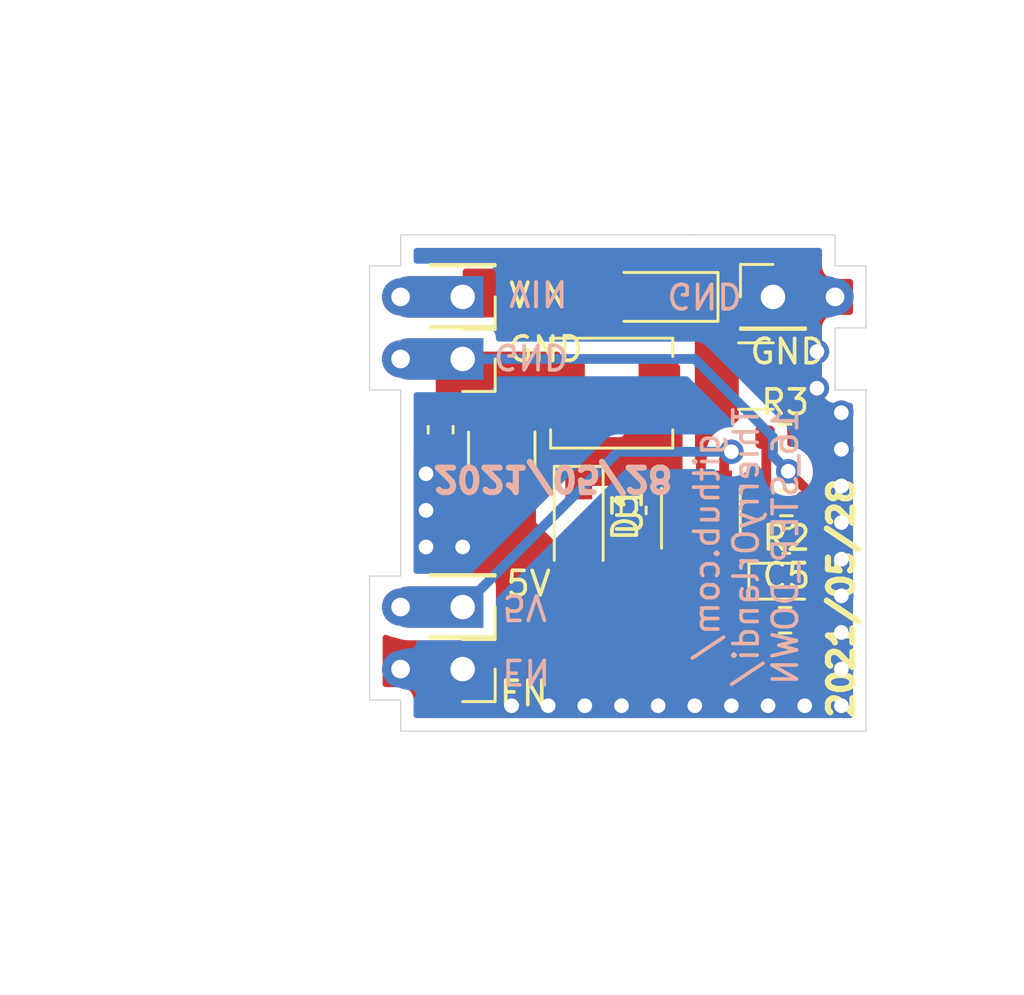
<source format=kicad_pcb>
(kicad_pcb (version 20171130) (host pcbnew "(5.1.9)-1")

  (general
    (thickness 1.6)
    (drawings 44)
    (tracks 121)
    (zones 0)
    (modules 18)
    (nets 10)
  )

  (page A4)
  (layers
    (0 F.Cu signal)
    (31 B.Cu signal)
    (32 B.Adhes user hide)
    (33 F.Adhes user hide)
    (34 B.Paste user hide)
    (35 F.Paste user hide)
    (36 B.SilkS user hide)
    (37 F.SilkS user hide)
    (38 B.Mask user hide)
    (39 F.Mask user hide)
    (40 Dwgs.User user hide)
    (41 Cmts.User user hide)
    (42 Eco1.User user)
    (43 Eco2.User user hide)
    (44 Edge.Cuts user)
    (45 Margin user hide)
    (46 B.CrtYd user hide)
    (47 F.CrtYd user)
    (48 B.Fab user hide)
    (49 F.Fab user hide)
  )

  (setup
    (last_trace_width 0.4)
    (trace_clearance 0.2)
    (zone_clearance 0.508)
    (zone_45_only no)
    (trace_min 0.2)
    (via_size 1)
    (via_drill 0.6)
    (via_min_size 0.4)
    (via_min_drill 0.3)
    (uvia_size 0.3)
    (uvia_drill 0.1)
    (uvias_allowed no)
    (uvia_min_size 0.2)
    (uvia_min_drill 0.1)
    (edge_width 0.05)
    (segment_width 0.2)
    (pcb_text_width 0.3)
    (pcb_text_size 1.5 1.5)
    (mod_edge_width 0.12)
    (mod_text_size 1 1)
    (mod_text_width 0.15)
    (pad_size 8.5 8.5)
    (pad_drill 4.3)
    (pad_to_mask_clearance 0.05)
    (aux_axis_origin 0 0)
    (grid_origin 104.14 78.74)
    (visible_elements 7FFFFF7F)
    (pcbplotparams
      (layerselection 0x310fc_ffffffff)
      (usegerberextensions false)
      (usegerberattributes true)
      (usegerberadvancedattributes true)
      (creategerberjobfile false)
      (excludeedgelayer false)
      (linewidth 0.100000)
      (plotframeref false)
      (viasonmask false)
      (mode 1)
      (useauxorigin true)
      (hpglpennumber 1)
      (hpglpenspeed 20)
      (hpglpendiameter 15.000000)
      (psnegative false)
      (psa4output false)
      (plotreference true)
      (plotvalue true)
      (plotinvisibletext false)
      (padsonsilk true)
      (subtractmaskfromsilk false)
      (outputformat 1)
      (mirror false)
      (drillshape 0)
      (scaleselection 1)
      (outputdirectory "gerbers/"))
  )

  (net 0 "")
  (net 1 GND)
  (net 2 5V)
  (net 3 V_BRUT)
  (net 4 V_BRUT_P)
  (net 5 EN)
  (net 6 "Net-(C1-Pad2)")
  (net 7 "Net-(C1-Pad1)")
  (net 8 "Net-(C5-Pad2)")
  (net 9 "Net-(D1-Pad1)")

  (net_class Default "This is the default net class."
    (clearance 0.2)
    (trace_width 0.4)
    (via_dia 1)
    (via_drill 0.6)
    (uvia_dia 0.3)
    (uvia_drill 0.1)
    (add_net 5V)
    (add_net EN)
    (add_net GND)
    (add_net "Net-(C1-Pad1)")
    (add_net "Net-(C1-Pad2)")
    (add_net "Net-(C5-Pad2)")
    (add_net "Net-(D1-Pad1)")
    (add_net V_BRUT)
    (add_net V_BRUT_P)
  )

  (net_class demi-gros ""
    (clearance 0.3)
    (trace_width 0.5)
    (via_dia 1)
    (via_drill 0.6)
    (uvia_dia 0.3)
    (uvia_drill 0.1)
  )

  (net_class gros ""
    (clearance 0.3)
    (trace_width 0.8)
    (via_dia 1)
    (via_drill 0.6)
    (uvia_dia 0.3)
    (uvia_drill 0.1)
  )

  (module Capacitor_SMD:C_0603_1608Metric (layer F.Cu) (tedit 5F68FEEE) (tstamp 60BE6C94)
    (at 117.39 73.49 180)
    (descr "Capacitor SMD 0603 (1608 Metric), square (rectangular) end terminal, IPC_7351 nominal, (Body size source: IPC-SM-782 page 76, https://www.pcb-3d.com/wordpress/wp-content/uploads/ipc-sm-782a_amendment_1_and_2.pdf), generated with kicad-footprint-generator")
    (tags capacitor)
    (path /60BFD324)
    (attr smd)
    (fp_text reference C5 (at 0 -1.43) (layer F.SilkS)
      (effects (font (size 1 1) (thickness 0.15)))
    )
    (fp_text value 100nF (at 0 1.43) (layer F.Fab)
      (effects (font (size 1 1) (thickness 0.15)))
    )
    (fp_line (start 1.48 0.73) (end -1.48 0.73) (layer F.CrtYd) (width 0.05))
    (fp_line (start 1.48 -0.73) (end 1.48 0.73) (layer F.CrtYd) (width 0.05))
    (fp_line (start -1.48 -0.73) (end 1.48 -0.73) (layer F.CrtYd) (width 0.05))
    (fp_line (start -1.48 0.73) (end -1.48 -0.73) (layer F.CrtYd) (width 0.05))
    (fp_line (start -0.14058 0.51) (end 0.14058 0.51) (layer F.SilkS) (width 0.12))
    (fp_line (start -0.14058 -0.51) (end 0.14058 -0.51) (layer F.SilkS) (width 0.12))
    (fp_line (start 0.8 0.4) (end -0.8 0.4) (layer F.Fab) (width 0.1))
    (fp_line (start 0.8 -0.4) (end 0.8 0.4) (layer F.Fab) (width 0.1))
    (fp_line (start -0.8 -0.4) (end 0.8 -0.4) (layer F.Fab) (width 0.1))
    (fp_line (start -0.8 0.4) (end -0.8 -0.4) (layer F.Fab) (width 0.1))
    (fp_text user %R (at 0 0) (layer F.Fab)
      (effects (font (size 0.4 0.4) (thickness 0.06)))
    )
    (pad 1 smd roundrect (at -0.775 0 180) (size 0.9 0.95) (layers F.Cu F.Paste F.Mask) (roundrect_rratio 0.25)
      (net 2 5V))
    (pad 2 smd roundrect (at 0.775 0 180) (size 0.9 0.95) (layers F.Cu F.Paste F.Mask) (roundrect_rratio 0.25)
      (net 8 "Net-(C5-Pad2)"))
    (model ${KISYS3DMOD}/Capacitor_SMD.3dshapes/C_0603_1608Metric.wrl
      (at (xyz 0 0 0))
      (scale (xyz 1 1 1))
      (rotate (xyz 0 0 0))
    )
  )

  (module Resistor_SMD:R_0603_1608Metric (layer F.Cu) (tedit 5F68FEEE) (tstamp 60BE6CCF)
    (at 117.34 69.24)
    (descr "Resistor SMD 0603 (1608 Metric), square (rectangular) end terminal, IPC_7351 nominal, (Body size source: IPC-SM-782 page 72, https://www.pcb-3d.com/wordpress/wp-content/uploads/ipc-sm-782a_amendment_1_and_2.pdf), generated with kicad-footprint-generator")
    (tags resistor)
    (path /60BF8021)
    (attr smd)
    (fp_text reference R3 (at 0 -1.43) (layer F.SilkS)
      (effects (font (size 1 1) (thickness 0.15)))
    )
    (fp_text value 1020 (at 0 1.43) (layer F.Fab)
      (effects (font (size 1 1) (thickness 0.15)))
    )
    (fp_text user %R (at 0 0) (layer F.Fab)
      (effects (font (size 0.4 0.4) (thickness 0.06)))
    )
    (fp_line (start -0.8 0.4125) (end -0.8 -0.4125) (layer F.Fab) (width 0.1))
    (fp_line (start -0.8 -0.4125) (end 0.8 -0.4125) (layer F.Fab) (width 0.1))
    (fp_line (start 0.8 -0.4125) (end 0.8 0.4125) (layer F.Fab) (width 0.1))
    (fp_line (start 0.8 0.4125) (end -0.8 0.4125) (layer F.Fab) (width 0.1))
    (fp_line (start -0.237258 -0.5225) (end 0.237258 -0.5225) (layer F.SilkS) (width 0.12))
    (fp_line (start -0.237258 0.5225) (end 0.237258 0.5225) (layer F.SilkS) (width 0.12))
    (fp_line (start -1.48 0.73) (end -1.48 -0.73) (layer F.CrtYd) (width 0.05))
    (fp_line (start -1.48 -0.73) (end 1.48 -0.73) (layer F.CrtYd) (width 0.05))
    (fp_line (start 1.48 -0.73) (end 1.48 0.73) (layer F.CrtYd) (width 0.05))
    (fp_line (start 1.48 0.73) (end -1.48 0.73) (layer F.CrtYd) (width 0.05))
    (pad 2 smd roundrect (at 0.825 0) (size 0.8 0.95) (layers F.Cu F.Paste F.Mask) (roundrect_rratio 0.25)
      (net 1 GND))
    (pad 1 smd roundrect (at -0.825 0) (size 0.8 0.95) (layers F.Cu F.Paste F.Mask) (roundrect_rratio 0.25)
      (net 8 "Net-(C5-Pad2)"))
    (model ${KISYS3DMOD}/Resistor_SMD.3dshapes/R_0603_1608Metric.wrl
      (at (xyz 0 0 0))
      (scale (xyz 1 1 1))
      (rotate (xyz 0 0 0))
    )
  )

  (module Resistor_SMD:R_0603_1608Metric (layer F.Cu) (tedit 5F68FEEE) (tstamp 60BE6CBE)
    (at 117.39 71.94 180)
    (descr "Resistor SMD 0603 (1608 Metric), square (rectangular) end terminal, IPC_7351 nominal, (Body size source: IPC-SM-782 page 72, https://www.pcb-3d.com/wordpress/wp-content/uploads/ipc-sm-782a_amendment_1_and_2.pdf), generated with kicad-footprint-generator")
    (tags resistor)
    (path /60BF854D)
    (attr smd)
    (fp_text reference R2 (at 0 -1.43) (layer F.SilkS)
      (effects (font (size 1 1) (thickness 0.15)))
    )
    (fp_text value 5620 (at 0 1.43) (layer F.Fab)
      (effects (font (size 1 1) (thickness 0.15)))
    )
    (fp_line (start 1.48 0.73) (end -1.48 0.73) (layer F.CrtYd) (width 0.05))
    (fp_line (start 1.48 -0.73) (end 1.48 0.73) (layer F.CrtYd) (width 0.05))
    (fp_line (start -1.48 -0.73) (end 1.48 -0.73) (layer F.CrtYd) (width 0.05))
    (fp_line (start -1.48 0.73) (end -1.48 -0.73) (layer F.CrtYd) (width 0.05))
    (fp_line (start -0.237258 0.5225) (end 0.237258 0.5225) (layer F.SilkS) (width 0.12))
    (fp_line (start -0.237258 -0.5225) (end 0.237258 -0.5225) (layer F.SilkS) (width 0.12))
    (fp_line (start 0.8 0.4125) (end -0.8 0.4125) (layer F.Fab) (width 0.1))
    (fp_line (start 0.8 -0.4125) (end 0.8 0.4125) (layer F.Fab) (width 0.1))
    (fp_line (start -0.8 -0.4125) (end 0.8 -0.4125) (layer F.Fab) (width 0.1))
    (fp_line (start -0.8 0.4125) (end -0.8 -0.4125) (layer F.Fab) (width 0.1))
    (fp_text user %R (at 0 0) (layer F.Fab)
      (effects (font (size 0.4 0.4) (thickness 0.06)))
    )
    (pad 1 smd roundrect (at -0.825 0 180) (size 0.8 0.95) (layers F.Cu F.Paste F.Mask) (roundrect_rratio 0.25)
      (net 2 5V))
    (pad 2 smd roundrect (at 0.825 0 180) (size 0.8 0.95) (layers F.Cu F.Paste F.Mask) (roundrect_rratio 0.25)
      (net 8 "Net-(C5-Pad2)"))
    (model ${KISYS3DMOD}/Resistor_SMD.3dshapes/R_0603_1608Metric.wrl
      (at (xyz 0 0 0))
      (scale (xyz 1 1 1))
      (rotate (xyz 0 0 0))
    )
  )

  (module Chimere:Castellated_conn (layer F.Cu) (tedit 60AF96A2) (tstamp 60787447)
    (at 104.14 76.2 180)
    (descr "Through hole straight pin header, 1x01, 2.54mm pitch, single row + castellated hole")
    (tags "Through hole pin header THT 1x01 2.54mm single row castellated hole")
    (path /6079BCA3)
    (fp_text reference J5 (at -3.175 0) (layer F.SilkS) hide
      (effects (font (size 1 1) (thickness 0.15)))
    )
    (fp_text value Conn_01x01 (at 8.89 0) (layer F.Fab)
      (effects (font (size 1 1) (thickness 0.15)))
    )
    (fp_line (start 3.81 -1.27) (end -1.8 -1.27) (layer F.CrtYd) (width 0.05))
    (fp_line (start 3.81 1.27) (end 3.81 -1.27) (layer F.CrtYd) (width 0.05))
    (fp_line (start -1.8 1.27) (end 3.81 1.27) (layer F.CrtYd) (width 0.05))
    (fp_line (start -1.8 -1.27) (end -1.8 1.27) (layer F.CrtYd) (width 0.05))
    (fp_line (start -1.33 -1.33) (end 0 -1.33) (layer F.SilkS) (width 0.12))
    (fp_line (start -1.33 0) (end -1.33 -1.33) (layer F.SilkS) (width 0.12))
    (fp_line (start -1.33 1.27) (end 1.33 1.27) (layer F.SilkS) (width 0.12))
    (fp_line (start 1.33 1.27) (end 1.33 1.33) (layer F.SilkS) (width 0.12))
    (fp_line (start -1.33 1.27) (end -1.33 1.33) (layer F.SilkS) (width 0.12))
    (fp_line (start -1.33 1.33) (end 1.33 1.33) (layer F.SilkS) (width 0.12))
    (fp_line (start -1.27 -0.635) (end -0.635 -1.27) (layer F.Fab) (width 0.1))
    (fp_line (start -1.27 1.27) (end -1.27 -0.635) (layer F.Fab) (width 0.1))
    (fp_line (start 1.27 1.27) (end -1.27 1.27) (layer F.Fab) (width 0.1))
    (fp_line (start 2.54 1.27) (end 1.27 1.27) (layer F.Fab) (width 0.1))
    (fp_line (start -0.635 -1.27) (end 2.54 -1.27) (layer F.Fab) (width 0.1))
    (fp_line (start 2.54 -1.905) (end 2.54 1.905) (layer F.Fab) (width 0.12))
    (fp_text user %R (at 0 0 180) (layer F.Fab)
      (effects (font (size 1 1) (thickness 0.15)))
    )
    (pad 1 thru_hole circle (at 2.54 0 180) (size 1.524 1.524) (drill 0.762) (layers *.Cu *.Mask)
      (net 5 EN))
    (pad 1 thru_hole custom (at 0 0 180) (size 1.7 1.7) (drill 1) (layers *.Cu *.Mask)
      (net 5 EN) (zone_connect 2)
      (options (clearance outline) (anchor rect))
      (primitives
        (gr_line (start 0 0) (end 2.2 0) (width 1.7))
      ))
    (model ${KISYS3DMOD}/Connector_PinHeader_2.54mm.3dshapes/PinHeader_1x01_P2.54mm_Vertical.wrl
      (at (xyz 0 0 0))
      (scale (xyz 1 1 1))
      (rotate (xyz 0 0 0))
    )
  )

  (module Chimere:Castellated_conn (layer F.Cu) (tedit 60AF96A2) (tstamp 60AED895)
    (at 104.14 78.74 180)
    (descr "Through hole straight pin header, 1x01, 2.54mm pitch, single row + castellated hole")
    (tags "Through hole pin header THT 1x01 2.54mm single row castellated hole")
    (path /606CE97F)
    (fp_text reference J1 (at -3.175 0) (layer F.SilkS) hide
      (effects (font (size 1 1) (thickness 0.15)))
    )
    (fp_text value Conn_01x01 (at 8.89 0) (layer F.Fab)
      (effects (font (size 1 1) (thickness 0.15)))
    )
    (fp_line (start 3.81 -1.27) (end -1.8 -1.27) (layer F.CrtYd) (width 0.05))
    (fp_line (start 3.81 1.27) (end 3.81 -1.27) (layer F.CrtYd) (width 0.05))
    (fp_line (start -1.8 1.27) (end 3.81 1.27) (layer F.CrtYd) (width 0.05))
    (fp_line (start -1.8 -1.27) (end -1.8 1.27) (layer F.CrtYd) (width 0.05))
    (fp_line (start -1.33 -1.33) (end 0 -1.33) (layer F.SilkS) (width 0.12))
    (fp_line (start -1.33 0) (end -1.33 -1.33) (layer F.SilkS) (width 0.12))
    (fp_line (start -1.33 1.27) (end 1.33 1.27) (layer F.SilkS) (width 0.12))
    (fp_line (start 1.33 1.27) (end 1.33 1.33) (layer F.SilkS) (width 0.12))
    (fp_line (start -1.33 1.27) (end -1.33 1.33) (layer F.SilkS) (width 0.12))
    (fp_line (start -1.33 1.33) (end 1.33 1.33) (layer F.SilkS) (width 0.12))
    (fp_line (start -1.27 -0.635) (end -0.635 -1.27) (layer F.Fab) (width 0.1))
    (fp_line (start -1.27 1.27) (end -1.27 -0.635) (layer F.Fab) (width 0.1))
    (fp_line (start 1.27 1.27) (end -1.27 1.27) (layer F.Fab) (width 0.1))
    (fp_line (start 2.54 1.27) (end 1.27 1.27) (layer F.Fab) (width 0.1))
    (fp_line (start -0.635 -1.27) (end 2.54 -1.27) (layer F.Fab) (width 0.1))
    (fp_line (start 2.54 -1.905) (end 2.54 1.905) (layer F.Fab) (width 0.12))
    (fp_text user %R (at 0 0 180) (layer F.Fab)
      (effects (font (size 1 1) (thickness 0.15)))
    )
    (pad 1 thru_hole circle (at 2.54 0 180) (size 1.524 1.524) (drill 0.762) (layers *.Cu *.Mask)
      (net 1 GND))
    (pad 1 thru_hole custom (at 0 0 180) (size 1.7 1.7) (drill 1) (layers *.Cu *.Mask)
      (net 1 GND) (zone_connect 2)
      (options (clearance outline) (anchor rect))
      (primitives
        (gr_line (start 0 0) (end 2.2 0) (width 1.7))
      ))
    (model ${KISYS3DMOD}/Connector_PinHeader_2.54mm.3dshapes/PinHeader_1x01_P2.54mm_Vertical.wrl
      (at (xyz 0 0 0))
      (scale (xyz 1 1 1))
      (rotate (xyz 0 0 0))
    )
  )

  (module Chimere:Castellated_conn (layer F.Cu) (tedit 60AF96A2) (tstamp 606B870A)
    (at 104.14 63.5 180)
    (descr "Through hole straight pin header, 1x01, 2.54mm pitch, single row + castellated hole")
    (tags "Through hole pin header THT 1x01 2.54mm single row castellated hole")
    (path /606D5E52)
    (fp_text reference J3 (at -3.175 0) (layer F.SilkS) hide
      (effects (font (size 1 1) (thickness 0.15)))
    )
    (fp_text value Conn_01x01 (at 8.89 0) (layer F.Fab)
      (effects (font (size 1 1) (thickness 0.15)))
    )
    (fp_line (start 3.81 -1.27) (end -1.8 -1.27) (layer F.CrtYd) (width 0.05))
    (fp_line (start 3.81 1.27) (end 3.81 -1.27) (layer F.CrtYd) (width 0.05))
    (fp_line (start -1.8 1.27) (end 3.81 1.27) (layer F.CrtYd) (width 0.05))
    (fp_line (start -1.8 -1.27) (end -1.8 1.27) (layer F.CrtYd) (width 0.05))
    (fp_line (start -1.33 -1.33) (end 0 -1.33) (layer F.SilkS) (width 0.12))
    (fp_line (start -1.33 0) (end -1.33 -1.33) (layer F.SilkS) (width 0.12))
    (fp_line (start -1.33 1.27) (end 1.33 1.27) (layer F.SilkS) (width 0.12))
    (fp_line (start 1.33 1.27) (end 1.33 1.33) (layer F.SilkS) (width 0.12))
    (fp_line (start -1.33 1.27) (end -1.33 1.33) (layer F.SilkS) (width 0.12))
    (fp_line (start -1.33 1.33) (end 1.33 1.33) (layer F.SilkS) (width 0.12))
    (fp_line (start -1.27 -0.635) (end -0.635 -1.27) (layer F.Fab) (width 0.1))
    (fp_line (start -1.27 1.27) (end -1.27 -0.635) (layer F.Fab) (width 0.1))
    (fp_line (start 1.27 1.27) (end -1.27 1.27) (layer F.Fab) (width 0.1))
    (fp_line (start 2.54 1.27) (end 1.27 1.27) (layer F.Fab) (width 0.1))
    (fp_line (start -0.635 -1.27) (end 2.54 -1.27) (layer F.Fab) (width 0.1))
    (fp_line (start 2.54 -1.905) (end 2.54 1.905) (layer F.Fab) (width 0.12))
    (fp_text user %R (at 0 0 180) (layer F.Fab)
      (effects (font (size 1 1) (thickness 0.15)))
    )
    (pad 1 thru_hole circle (at 2.54 0 180) (size 1.524 1.524) (drill 0.762) (layers *.Cu *.Mask)
      (net 3 V_BRUT))
    (pad 1 thru_hole custom (at 0 0 180) (size 1.7 1.7) (drill 1) (layers *.Cu *.Mask)
      (net 3 V_BRUT) (zone_connect 2)
      (options (clearance outline) (anchor rect))
      (primitives
        (gr_line (start 0 0) (end 2.2 0) (width 1.7))
      ))
    (model ${KISYS3DMOD}/Connector_PinHeader_2.54mm.3dshapes/PinHeader_1x01_P2.54mm_Vertical.wrl
      (at (xyz 0 0 0))
      (scale (xyz 1 1 1))
      (rotate (xyz 0 0 0))
    )
  )

  (module Chimere:Castellated_conn (layer F.Cu) (tedit 60AF96A2) (tstamp 606B8723)
    (at 104.14 66.04 180)
    (descr "Through hole straight pin header, 1x01, 2.54mm pitch, single row + castellated hole")
    (tags "Through hole pin header THT 1x01 2.54mm single row castellated hole")
    (path /606CFC19)
    (fp_text reference J4 (at -3.175 0) (layer F.SilkS) hide
      (effects (font (size 1 1) (thickness 0.15)))
    )
    (fp_text value Conn_01x01 (at 8.89 0) (layer F.Fab)
      (effects (font (size 1 1) (thickness 0.15)))
    )
    (fp_line (start 3.81 -1.27) (end -1.8 -1.27) (layer F.CrtYd) (width 0.05))
    (fp_line (start 3.81 1.27) (end 3.81 -1.27) (layer F.CrtYd) (width 0.05))
    (fp_line (start -1.8 1.27) (end 3.81 1.27) (layer F.CrtYd) (width 0.05))
    (fp_line (start -1.8 -1.27) (end -1.8 1.27) (layer F.CrtYd) (width 0.05))
    (fp_line (start -1.33 -1.33) (end 0 -1.33) (layer F.SilkS) (width 0.12))
    (fp_line (start -1.33 0) (end -1.33 -1.33) (layer F.SilkS) (width 0.12))
    (fp_line (start -1.33 1.27) (end 1.33 1.27) (layer F.SilkS) (width 0.12))
    (fp_line (start 1.33 1.27) (end 1.33 1.33) (layer F.SilkS) (width 0.12))
    (fp_line (start -1.33 1.27) (end -1.33 1.33) (layer F.SilkS) (width 0.12))
    (fp_line (start -1.33 1.33) (end 1.33 1.33) (layer F.SilkS) (width 0.12))
    (fp_line (start -1.27 -0.635) (end -0.635 -1.27) (layer F.Fab) (width 0.1))
    (fp_line (start -1.27 1.27) (end -1.27 -0.635) (layer F.Fab) (width 0.1))
    (fp_line (start 1.27 1.27) (end -1.27 1.27) (layer F.Fab) (width 0.1))
    (fp_line (start 2.54 1.27) (end 1.27 1.27) (layer F.Fab) (width 0.1))
    (fp_line (start -0.635 -1.27) (end 2.54 -1.27) (layer F.Fab) (width 0.1))
    (fp_line (start 2.54 -1.905) (end 2.54 1.905) (layer F.Fab) (width 0.12))
    (fp_text user %R (at 0 0 180) (layer F.Fab)
      (effects (font (size 1 1) (thickness 0.15)))
    )
    (pad 1 thru_hole circle (at 2.54 0 180) (size 1.524 1.524) (drill 0.762) (layers *.Cu *.Mask)
      (net 2 5V))
    (pad 1 thru_hole custom (at 0 0 180) (size 1.7 1.7) (drill 1) (layers *.Cu *.Mask)
      (net 2 5V) (zone_connect 2)
      (options (clearance outline) (anchor rect))
      (primitives
        (gr_line (start 0 0) (end 2.2 0) (width 1.7))
      ))
    (model ${KISYS3DMOD}/Connector_PinHeader_2.54mm.3dshapes/PinHeader_1x01_P2.54mm_Vertical.wrl
      (at (xyz 0 0 0))
      (scale (xyz 1 1 1))
      (rotate (xyz 0 0 0))
    )
  )

  (module Chimere:Castellated_conn (layer F.Cu) (tedit 60AF96A2) (tstamp 60787460)
    (at 116.84 63.5)
    (descr "Through hole straight pin header, 1x01, 2.54mm pitch, single row + castellated hole")
    (tags "Through hole pin header THT 1x01 2.54mm single row castellated hole")
    (path /6079B82F)
    (fp_text reference J2 (at -3.175 0) (layer F.SilkS) hide
      (effects (font (size 1 1) (thickness 0.15)))
    )
    (fp_text value Conn_01x01 (at 8.89 0) (layer F.Fab)
      (effects (font (size 1 1) (thickness 0.15)))
    )
    (fp_line (start 3.81 -1.27) (end -1.8 -1.27) (layer F.CrtYd) (width 0.05))
    (fp_line (start 3.81 1.27) (end 3.81 -1.27) (layer F.CrtYd) (width 0.05))
    (fp_line (start -1.8 1.27) (end 3.81 1.27) (layer F.CrtYd) (width 0.05))
    (fp_line (start -1.8 -1.27) (end -1.8 1.27) (layer F.CrtYd) (width 0.05))
    (fp_line (start -1.33 -1.33) (end 0 -1.33) (layer F.SilkS) (width 0.12))
    (fp_line (start -1.33 0) (end -1.33 -1.33) (layer F.SilkS) (width 0.12))
    (fp_line (start -1.33 1.27) (end 1.33 1.27) (layer F.SilkS) (width 0.12))
    (fp_line (start 1.33 1.27) (end 1.33 1.33) (layer F.SilkS) (width 0.12))
    (fp_line (start -1.33 1.27) (end -1.33 1.33) (layer F.SilkS) (width 0.12))
    (fp_line (start -1.33 1.33) (end 1.33 1.33) (layer F.SilkS) (width 0.12))
    (fp_line (start -1.27 -0.635) (end -0.635 -1.27) (layer F.Fab) (width 0.1))
    (fp_line (start -1.27 1.27) (end -1.27 -0.635) (layer F.Fab) (width 0.1))
    (fp_line (start 1.27 1.27) (end -1.27 1.27) (layer F.Fab) (width 0.1))
    (fp_line (start 2.54 1.27) (end 1.27 1.27) (layer F.Fab) (width 0.1))
    (fp_line (start -0.635 -1.27) (end 2.54 -1.27) (layer F.Fab) (width 0.1))
    (fp_line (start 2.54 -1.905) (end 2.54 1.905) (layer F.Fab) (width 0.12))
    (fp_text user %R (at 0 0 180) (layer F.Fab)
      (effects (font (size 1 1) (thickness 0.15)))
    )
    (pad 1 thru_hole circle (at 2.54 0) (size 1.524 1.524) (drill 0.762) (layers *.Cu *.Mask)
      (net 1 GND))
    (pad 1 thru_hole custom (at 0 0) (size 1.7 1.7) (drill 1) (layers *.Cu *.Mask)
      (net 1 GND) (zone_connect 2)
      (options (clearance outline) (anchor rect))
      (primitives
        (gr_line (start 0 0) (end 2.2 0) (width 1.7))
      ))
    (model ${KISYS3DMOD}/Connector_PinHeader_2.54mm.3dshapes/PinHeader_1x01_P2.54mm_Vertical.wrl
      (at (xyz 0 0 0))
      (scale (xyz 1 1 1))
      (rotate (xyz 0 0 0))
    )
  )

  (module Capacitor_SMD:C_0603_1608Metric (layer F.Cu) (tedit 5F68FEEE) (tstamp 60AED680)
    (at 103.24 68.94 270)
    (descr "Capacitor SMD 0603 (1608 Metric), square (rectangular) end terminal, IPC_7351 nominal, (Body size source: IPC-SM-782 page 76, https://www.pcb-3d.com/wordpress/wp-content/uploads/ipc-sm-782a_amendment_1_and_2.pdf), generated with kicad-footprint-generator")
    (tags capacitor)
    (path /60AF6DD6)
    (attr smd)
    (fp_text reference C3 (at 0 -1.43 90) (layer F.SilkS) hide
      (effects (font (size 1 1) (thickness 0.15)))
    )
    (fp_text value 100nF (at 0 1.43 90) (layer F.Fab)
      (effects (font (size 1 1) (thickness 0.15)))
    )
    (fp_line (start 1.48 0.73) (end -1.48 0.73) (layer F.CrtYd) (width 0.05))
    (fp_line (start 1.48 -0.73) (end 1.48 0.73) (layer F.CrtYd) (width 0.05))
    (fp_line (start -1.48 -0.73) (end 1.48 -0.73) (layer F.CrtYd) (width 0.05))
    (fp_line (start -1.48 0.73) (end -1.48 -0.73) (layer F.CrtYd) (width 0.05))
    (fp_line (start -0.14058 0.51) (end 0.14058 0.51) (layer F.SilkS) (width 0.12))
    (fp_line (start -0.14058 -0.51) (end 0.14058 -0.51) (layer F.SilkS) (width 0.12))
    (fp_line (start 0.8 0.4) (end -0.8 0.4) (layer F.Fab) (width 0.1))
    (fp_line (start 0.8 -0.4) (end 0.8 0.4) (layer F.Fab) (width 0.1))
    (fp_line (start -0.8 -0.4) (end 0.8 -0.4) (layer F.Fab) (width 0.1))
    (fp_line (start -0.8 0.4) (end -0.8 -0.4) (layer F.Fab) (width 0.1))
    (fp_text user %R (at 0 0 90) (layer F.Fab)
      (effects (font (size 0.4 0.4) (thickness 0.06)))
    )
    (pad 2 smd roundrect (at 0.775 0 270) (size 0.9 0.95) (layers F.Cu F.Paste F.Mask) (roundrect_rratio 0.25)
      (net 1 GND))
    (pad 1 smd roundrect (at -0.775 0 270) (size 0.9 0.95) (layers F.Cu F.Paste F.Mask) (roundrect_rratio 0.25)
      (net 2 5V))
    (model ${KISYS3DMOD}/Capacitor_SMD.3dshapes/C_0603_1608Metric.wrl
      (at (xyz 0 0 0))
      (scale (xyz 1 1 1))
      (rotate (xyz 0 0 0))
    )
  )

  (module Capacitor_SMD:C_1210_3225Metric (layer F.Cu) (tedit 5F68FEEE) (tstamp 60B1441D)
    (at 116.14 66.74)
    (descr "Capacitor SMD 1210 (3225 Metric), square (rectangular) end terminal, IPC_7351 nominal, (Body size source: IPC-SM-782 page 76, https://www.pcb-3d.com/wordpress/wp-content/uploads/ipc-sm-782a_amendment_1_and_2.pdf), generated with kicad-footprint-generator")
    (tags capacitor)
    (path /60B0BFF9)
    (attr smd)
    (fp_text reference C2 (at 0 -2.3) (layer F.SilkS) hide
      (effects (font (size 1 1) (thickness 0.15)))
    )
    (fp_text value 10uF/50V (at 0 2.3) (layer F.Fab)
      (effects (font (size 1 1) (thickness 0.15)))
    )
    (fp_line (start 2.3 1.6) (end -2.3 1.6) (layer F.CrtYd) (width 0.05))
    (fp_line (start 2.3 -1.6) (end 2.3 1.6) (layer F.CrtYd) (width 0.05))
    (fp_line (start -2.3 -1.6) (end 2.3 -1.6) (layer F.CrtYd) (width 0.05))
    (fp_line (start -2.3 1.6) (end -2.3 -1.6) (layer F.CrtYd) (width 0.05))
    (fp_line (start -0.711252 1.36) (end 0.711252 1.36) (layer F.SilkS) (width 0.12))
    (fp_line (start -0.711252 -1.36) (end 0.711252 -1.36) (layer F.SilkS) (width 0.12))
    (fp_line (start 1.6 1.25) (end -1.6 1.25) (layer F.Fab) (width 0.1))
    (fp_line (start 1.6 -1.25) (end 1.6 1.25) (layer F.Fab) (width 0.1))
    (fp_line (start -1.6 -1.25) (end 1.6 -1.25) (layer F.Fab) (width 0.1))
    (fp_line (start -1.6 1.25) (end -1.6 -1.25) (layer F.Fab) (width 0.1))
    (fp_text user %R (at 0 0) (layer F.Fab)
      (effects (font (size 0.8 0.8) (thickness 0.12)))
    )
    (pad 2 smd roundrect (at 1.475 0) (size 1.15 2.7) (layers F.Cu F.Paste F.Mask) (roundrect_rratio 0.217391)
      (net 1 GND))
    (pad 1 smd roundrect (at -1.475 0) (size 1.15 2.7) (layers F.Cu F.Paste F.Mask) (roundrect_rratio 0.217391)
      (net 4 V_BRUT_P))
    (model ${KISYS3DMOD}/Capacitor_SMD.3dshapes/C_1210_3225Metric.wrl
      (at (xyz 0 0 0))
      (scale (xyz 1 1 1))
      (rotate (xyz 0 0 0))
    )
  )

  (module Capacitor_SMD:C_0603_1608Metric (layer F.Cu) (tedit 5F68FEEE) (tstamp 60B1442E)
    (at 111.14 72.24 90)
    (descr "Capacitor SMD 0603 (1608 Metric), square (rectangular) end terminal, IPC_7351 nominal, (Body size source: IPC-SM-782 page 76, https://www.pcb-3d.com/wordpress/wp-content/uploads/ipc-sm-782a_amendment_1_and_2.pdf), generated with kicad-footprint-generator")
    (tags capacitor)
    (path /60B0EA9D)
    (attr smd)
    (fp_text reference C1 (at 0 -1.43 90) (layer F.SilkS) hide
      (effects (font (size 1 1) (thickness 0.15)))
    )
    (fp_text value 100nF (at 0 1.43 90) (layer F.Fab)
      (effects (font (size 1 1) (thickness 0.15)))
    )
    (fp_line (start 1.48 0.73) (end -1.48 0.73) (layer F.CrtYd) (width 0.05))
    (fp_line (start 1.48 -0.73) (end 1.48 0.73) (layer F.CrtYd) (width 0.05))
    (fp_line (start -1.48 -0.73) (end 1.48 -0.73) (layer F.CrtYd) (width 0.05))
    (fp_line (start -1.48 0.73) (end -1.48 -0.73) (layer F.CrtYd) (width 0.05))
    (fp_line (start -0.14058 0.51) (end 0.14058 0.51) (layer F.SilkS) (width 0.12))
    (fp_line (start -0.14058 -0.51) (end 0.14058 -0.51) (layer F.SilkS) (width 0.12))
    (fp_line (start 0.8 0.4) (end -0.8 0.4) (layer F.Fab) (width 0.1))
    (fp_line (start 0.8 -0.4) (end 0.8 0.4) (layer F.Fab) (width 0.1))
    (fp_line (start -0.8 -0.4) (end 0.8 -0.4) (layer F.Fab) (width 0.1))
    (fp_line (start -0.8 0.4) (end -0.8 -0.4) (layer F.Fab) (width 0.1))
    (fp_text user %R (at 0 0 90) (layer F.Fab)
      (effects (font (size 0.4 0.4) (thickness 0.06)))
    )
    (pad 2 smd roundrect (at 0.775 0 90) (size 0.9 0.95) (layers F.Cu F.Paste F.Mask) (roundrect_rratio 0.25)
      (net 6 "Net-(C1-Pad2)"))
    (pad 1 smd roundrect (at -0.775 0 90) (size 0.9 0.95) (layers F.Cu F.Paste F.Mask) (roundrect_rratio 0.25)
      (net 7 "Net-(C1-Pad1)"))
    (model ${KISYS3DMOD}/Capacitor_SMD.3dshapes/C_0603_1608Metric.wrl
      (at (xyz 0 0 0))
      (scale (xyz 1 1 1))
      (rotate (xyz 0 0 0))
    )
  )

  (module Capacitor_SMD:C_1210_3225Metric (layer F.Cu) (tedit 5F68FEEE) (tstamp 60B1443F)
    (at 105.74 69.74 270)
    (descr "Capacitor SMD 1210 (3225 Metric), square (rectangular) end terminal, IPC_7351 nominal, (Body size source: IPC-SM-782 page 76, https://www.pcb-3d.com/wordpress/wp-content/uploads/ipc-sm-782a_amendment_1_and_2.pdf), generated with kicad-footprint-generator")
    (tags capacitor)
    (path /60B0B3C0)
    (attr smd)
    (fp_text reference C4 (at 0 -2.3 90) (layer F.SilkS) hide
      (effects (font (size 1 1) (thickness 0.15)))
    )
    (fp_text value 10uF/50V (at 0 2.3 90) (layer F.Fab)
      (effects (font (size 1 1) (thickness 0.15)))
    )
    (fp_line (start -1.6 1.25) (end -1.6 -1.25) (layer F.Fab) (width 0.1))
    (fp_line (start -1.6 -1.25) (end 1.6 -1.25) (layer F.Fab) (width 0.1))
    (fp_line (start 1.6 -1.25) (end 1.6 1.25) (layer F.Fab) (width 0.1))
    (fp_line (start 1.6 1.25) (end -1.6 1.25) (layer F.Fab) (width 0.1))
    (fp_line (start -0.711252 -1.36) (end 0.711252 -1.36) (layer F.SilkS) (width 0.12))
    (fp_line (start -0.711252 1.36) (end 0.711252 1.36) (layer F.SilkS) (width 0.12))
    (fp_line (start -2.3 1.6) (end -2.3 -1.6) (layer F.CrtYd) (width 0.05))
    (fp_line (start -2.3 -1.6) (end 2.3 -1.6) (layer F.CrtYd) (width 0.05))
    (fp_line (start 2.3 -1.6) (end 2.3 1.6) (layer F.CrtYd) (width 0.05))
    (fp_line (start 2.3 1.6) (end -2.3 1.6) (layer F.CrtYd) (width 0.05))
    (fp_text user %R (at 0 0 90) (layer F.Fab)
      (effects (font (size 0.8 0.8) (thickness 0.12)))
    )
    (pad 1 smd roundrect (at -1.475 0 270) (size 1.15 2.7) (layers F.Cu F.Paste F.Mask) (roundrect_rratio 0.217391)
      (net 2 5V))
    (pad 2 smd roundrect (at 1.475 0 270) (size 1.15 2.7) (layers F.Cu F.Paste F.Mask) (roundrect_rratio 0.217391)
      (net 1 GND))
    (model ${KISYS3DMOD}/Capacitor_SMD.3dshapes/C_1210_3225Metric.wrl
      (at (xyz 0 0 0))
      (scale (xyz 1 1 1))
      (rotate (xyz 0 0 0))
    )
  )

  (module Diode_SMD:D_SOD-123F (layer F.Cu) (tedit 587F7769) (tstamp 60B14458)
    (at 112.39 63.5 180)
    (descr D_SOD-123F)
    (tags D_SOD-123F)
    (path /60B0F6BE)
    (attr smd)
    (fp_text reference D2 (at -0.127 -1.905) (layer F.SilkS) hide
      (effects (font (size 1 1) (thickness 0.15)))
    )
    (fp_text value 1N5819W (at 0 2.1) (layer F.Fab)
      (effects (font (size 1 1) (thickness 0.15)))
    )
    (fp_line (start -2.2 -1) (end -2.2 1) (layer F.SilkS) (width 0.12))
    (fp_line (start 0.25 0) (end 0.75 0) (layer F.Fab) (width 0.1))
    (fp_line (start 0.25 0.4) (end -0.35 0) (layer F.Fab) (width 0.1))
    (fp_line (start 0.25 -0.4) (end 0.25 0.4) (layer F.Fab) (width 0.1))
    (fp_line (start -0.35 0) (end 0.25 -0.4) (layer F.Fab) (width 0.1))
    (fp_line (start -0.35 0) (end -0.35 0.55) (layer F.Fab) (width 0.1))
    (fp_line (start -0.35 0) (end -0.35 -0.55) (layer F.Fab) (width 0.1))
    (fp_line (start -0.75 0) (end -0.35 0) (layer F.Fab) (width 0.1))
    (fp_line (start -1.4 0.9) (end -1.4 -0.9) (layer F.Fab) (width 0.1))
    (fp_line (start 1.4 0.9) (end -1.4 0.9) (layer F.Fab) (width 0.1))
    (fp_line (start 1.4 -0.9) (end 1.4 0.9) (layer F.Fab) (width 0.1))
    (fp_line (start -1.4 -0.9) (end 1.4 -0.9) (layer F.Fab) (width 0.1))
    (fp_line (start -2.2 -1.15) (end 2.2 -1.15) (layer F.CrtYd) (width 0.05))
    (fp_line (start 2.2 -1.15) (end 2.2 1.15) (layer F.CrtYd) (width 0.05))
    (fp_line (start 2.2 1.15) (end -2.2 1.15) (layer F.CrtYd) (width 0.05))
    (fp_line (start -2.2 -1.15) (end -2.2 1.15) (layer F.CrtYd) (width 0.05))
    (fp_line (start -2.2 1) (end 1.65 1) (layer F.SilkS) (width 0.12))
    (fp_line (start -2.2 -1) (end 1.65 -1) (layer F.SilkS) (width 0.12))
    (fp_text user %R (at -0.127 -1.905) (layer F.Fab)
      (effects (font (size 1 1) (thickness 0.15)))
    )
    (pad 1 smd rect (at -1.4 0 180) (size 1.1 1.1) (layers F.Cu F.Paste F.Mask)
      (net 4 V_BRUT_P))
    (pad 2 smd rect (at 1.4 0 180) (size 1.1 1.1) (layers F.Cu F.Paste F.Mask)
      (net 3 V_BRUT))
    (model ${KISYS3DMOD}/Diode_SMD.3dshapes/D_SOD-123F.wrl
      (at (xyz 0 0 0))
      (scale (xyz 1 1 1))
      (rotate (xyz 0 0 0))
    )
  )

  (module Diode_SMD:D_0603_1608Metric (layer F.Cu) (tedit 5F68FEF0) (tstamp 60B1446B)
    (at 117.34 75.14)
    (descr "Diode SMD 0603 (1608 Metric), square (rectangular) end terminal, IPC_7351 nominal, (Body size source: http://www.tortai-tech.com/upload/download/2011102023233369053.pdf), generated with kicad-footprint-generator")
    (tags diode)
    (path /60B1373B)
    (attr smd)
    (fp_text reference D1 (at 0 -1.43) (layer F.SilkS) hide
      (effects (font (size 1 1) (thickness 0.15)))
    )
    (fp_text value LED_ALT (at 0 1.43) (layer F.Fab)
      (effects (font (size 1 1) (thickness 0.15)))
    )
    (fp_line (start 0.8 -0.4) (end -0.5 -0.4) (layer F.Fab) (width 0.1))
    (fp_line (start -0.5 -0.4) (end -0.8 -0.1) (layer F.Fab) (width 0.1))
    (fp_line (start -0.8 -0.1) (end -0.8 0.4) (layer F.Fab) (width 0.1))
    (fp_line (start -0.8 0.4) (end 0.8 0.4) (layer F.Fab) (width 0.1))
    (fp_line (start 0.8 0.4) (end 0.8 -0.4) (layer F.Fab) (width 0.1))
    (fp_line (start 0.8 -0.735) (end -1.485 -0.735) (layer F.SilkS) (width 0.12))
    (fp_line (start -1.485 -0.735) (end -1.485 0.735) (layer F.SilkS) (width 0.12))
    (fp_line (start -1.485 0.735) (end 0.8 0.735) (layer F.SilkS) (width 0.12))
    (fp_line (start -1.48 0.73) (end -1.48 -0.73) (layer F.CrtYd) (width 0.05))
    (fp_line (start -1.48 -0.73) (end 1.48 -0.73) (layer F.CrtYd) (width 0.05))
    (fp_line (start 1.48 -0.73) (end 1.48 0.73) (layer F.CrtYd) (width 0.05))
    (fp_line (start 1.48 0.73) (end -1.48 0.73) (layer F.CrtYd) (width 0.05))
    (fp_text user %R (at 0 0) (layer F.Fab)
      (effects (font (size 0.4 0.4) (thickness 0.06)))
    )
    (pad 1 smd roundrect (at -0.7875 0) (size 0.875 0.95) (layers F.Cu F.Paste F.Mask) (roundrect_rratio 0.25)
      (net 9 "Net-(D1-Pad1)"))
    (pad 2 smd roundrect (at 0.7875 0) (size 0.875 0.95) (layers F.Cu F.Paste F.Mask) (roundrect_rratio 0.25)
      (net 2 5V))
    (model ${KISYS3DMOD}/Diode_SMD.3dshapes/D_0603_1608Metric.wrl
      (at (xyz 0 0 0))
      (scale (xyz 1 1 1))
      (rotate (xyz 0 0 0))
    )
  )

  (module Chimere:L_Sunlord_MWSA0402S_4.2x4.4x2.0mm (layer F.Cu) (tedit 60AFC38B) (tstamp 60B14480)
    (at 110.24 67.44)
    (descr "Inductor, Sunlord, MWSA0402S, 4.2mmx4.4mm")
    (tags "inductor Sunlord smd")
    (path /60B193A9)
    (attr smd)
    (fp_text reference L1 (at 0 -3) (layer F.SilkS) hide
      (effects (font (size 1 1) (thickness 0.15)))
    )
    (fp_text value MWSA0402S-100MT (at 0 3.25) (layer F.Fab)
      (effects (font (size 1 1) (thickness 0.15)))
    )
    (fp_line (start -2.75 2.5) (end -2.75 -2.5) (layer F.CrtYd) (width 0.05))
    (fp_line (start 2.75 2.5) (end -2.75 2.5) (layer F.CrtYd) (width 0.05))
    (fp_line (start 2.75 -2.5) (end 2.75 2.5) (layer F.CrtYd) (width 0.05))
    (fp_line (start -2.75 -2.5) (end 2.75 -2.5) (layer F.CrtYd) (width 0.05))
    (fp_line (start -2.2 2.1) (end -2.2 -2.1) (layer F.Fab) (width 0.1))
    (fp_line (start 2.2 2.1) (end -2.2 2.1) (layer F.Fab) (width 0.1))
    (fp_line (start 2.2 -2.1) (end 2.2 2.1) (layer F.Fab) (width 0.1))
    (fp_line (start -2.2 -2.1) (end 2.2 -2.1) (layer F.Fab) (width 0.1))
    (fp_line (start -2.5 -1.5) (end -2.5 -2.25) (layer F.SilkS) (width 0.12))
    (fp_line (start -2.5 -2.25) (end 2.5 -2.25) (layer F.SilkS) (width 0.12))
    (fp_line (start 2.5 -2.25) (end 2.5 -1.5) (layer F.SilkS) (width 0.12))
    (fp_line (start -2.5 1.5) (end -2.5 2.25) (layer F.SilkS) (width 0.12))
    (fp_line (start -2.5 2.25) (end 2.5 2.25) (layer F.SilkS) (width 0.12))
    (fp_line (start 2.5 2.25) (end 2.5 1.5) (layer F.SilkS) (width 0.12))
    (fp_text user %R (at 0 0) (layer F.Fab)
      (effects (font (size 1 1) (thickness 0.15)))
    )
    (pad 1 smd rect (at -1.85 0) (size 1.5 2.5) (layers F.Cu F.Paste F.Mask)
      (net 2 5V))
    (pad 2 smd rect (at 1.85 0) (size 1.5 2.5) (layers F.Cu F.Paste F.Mask)
      (net 6 "Net-(C1-Pad2)"))
    (model ${KISYS3DMOD}/Inductor_SMD.3dshapes/L_Sunlord_MWSA0518.wrl
      (at (xyz 0 0 0))
      (scale (xyz 1 1 1))
      (rotate (xyz 0 0 0))
    )
  )

  (module Resistor_SMD:R_0603_1608Metric (layer F.Cu) (tedit 5F68FEEE) (tstamp 60B14491)
    (at 117.34 76.74)
    (descr "Resistor SMD 0603 (1608 Metric), square (rectangular) end terminal, IPC_7351 nominal, (Body size source: IPC-SM-782 page 72, https://www.pcb-3d.com/wordpress/wp-content/uploads/ipc-sm-782a_amendment_1_and_2.pdf), generated with kicad-footprint-generator")
    (tags resistor)
    (path /60B1434A)
    (attr smd)
    (fp_text reference R1 (at 0 -1.43) (layer F.SilkS) hide
      (effects (font (size 1 1) (thickness 0.15)))
    )
    (fp_text value 10k (at 0 1.43) (layer F.Fab)
      (effects (font (size 1 1) (thickness 0.15)))
    )
    (fp_line (start -0.8 0.4125) (end -0.8 -0.4125) (layer F.Fab) (width 0.1))
    (fp_line (start -0.8 -0.4125) (end 0.8 -0.4125) (layer F.Fab) (width 0.1))
    (fp_line (start 0.8 -0.4125) (end 0.8 0.4125) (layer F.Fab) (width 0.1))
    (fp_line (start 0.8 0.4125) (end -0.8 0.4125) (layer F.Fab) (width 0.1))
    (fp_line (start -0.237258 -0.5225) (end 0.237258 -0.5225) (layer F.SilkS) (width 0.12))
    (fp_line (start -0.237258 0.5225) (end 0.237258 0.5225) (layer F.SilkS) (width 0.12))
    (fp_line (start -1.48 0.73) (end -1.48 -0.73) (layer F.CrtYd) (width 0.05))
    (fp_line (start -1.48 -0.73) (end 1.48 -0.73) (layer F.CrtYd) (width 0.05))
    (fp_line (start 1.48 -0.73) (end 1.48 0.73) (layer F.CrtYd) (width 0.05))
    (fp_line (start 1.48 0.73) (end -1.48 0.73) (layer F.CrtYd) (width 0.05))
    (fp_text user %R (at 0 0) (layer F.Fab)
      (effects (font (size 0.4 0.4) (thickness 0.06)))
    )
    (pad 1 smd roundrect (at -0.825 0) (size 0.8 0.95) (layers F.Cu F.Paste F.Mask) (roundrect_rratio 0.25)
      (net 9 "Net-(D1-Pad1)"))
    (pad 2 smd roundrect (at 0.825 0) (size 0.8 0.95) (layers F.Cu F.Paste F.Mask) (roundrect_rratio 0.25)
      (net 1 GND))
    (model ${KISYS3DMOD}/Resistor_SMD.3dshapes/R_0603_1608Metric.wrl
      (at (xyz 0 0 0))
      (scale (xyz 1 1 1))
      (rotate (xyz 0 0 0))
    )
  )

  (module Diode_SMD:D_SOD-123F (layer F.Cu) (tedit 587F7769) (tstamp 60BE6CAD)
    (at 108.89 72.64 270)
    (descr D_SOD-123F)
    (tags D_SOD-123F)
    (path /60BF5F12)
    (attr smd)
    (fp_text reference D3 (at -0.127 -1.905 90) (layer F.SilkS)
      (effects (font (size 1 1) (thickness 0.15)))
    )
    (fp_text value 1N5819W (at 0 2.1 90) (layer F.Fab)
      (effects (font (size 1 1) (thickness 0.15)))
    )
    (fp_line (start -2.2 -1) (end 1.65 -1) (layer F.SilkS) (width 0.12))
    (fp_line (start -2.2 1) (end 1.65 1) (layer F.SilkS) (width 0.12))
    (fp_line (start -2.2 -1.15) (end -2.2 1.15) (layer F.CrtYd) (width 0.05))
    (fp_line (start 2.2 1.15) (end -2.2 1.15) (layer F.CrtYd) (width 0.05))
    (fp_line (start 2.2 -1.15) (end 2.2 1.15) (layer F.CrtYd) (width 0.05))
    (fp_line (start -2.2 -1.15) (end 2.2 -1.15) (layer F.CrtYd) (width 0.05))
    (fp_line (start -1.4 -0.9) (end 1.4 -0.9) (layer F.Fab) (width 0.1))
    (fp_line (start 1.4 -0.9) (end 1.4 0.9) (layer F.Fab) (width 0.1))
    (fp_line (start 1.4 0.9) (end -1.4 0.9) (layer F.Fab) (width 0.1))
    (fp_line (start -1.4 0.9) (end -1.4 -0.9) (layer F.Fab) (width 0.1))
    (fp_line (start -0.75 0) (end -0.35 0) (layer F.Fab) (width 0.1))
    (fp_line (start -0.35 0) (end -0.35 -0.55) (layer F.Fab) (width 0.1))
    (fp_line (start -0.35 0) (end -0.35 0.55) (layer F.Fab) (width 0.1))
    (fp_line (start -0.35 0) (end 0.25 -0.4) (layer F.Fab) (width 0.1))
    (fp_line (start 0.25 -0.4) (end 0.25 0.4) (layer F.Fab) (width 0.1))
    (fp_line (start 0.25 0.4) (end -0.35 0) (layer F.Fab) (width 0.1))
    (fp_line (start 0.25 0) (end 0.75 0) (layer F.Fab) (width 0.1))
    (fp_line (start -2.2 -1) (end -2.2 1) (layer F.SilkS) (width 0.12))
    (fp_text user %R (at -0.127 -1.905 90) (layer F.Fab)
      (effects (font (size 1 1) (thickness 0.15)))
    )
    (pad 1 smd rect (at -1.4 0 270) (size 1.1 1.1) (layers F.Cu F.Paste F.Mask)
      (net 6 "Net-(C1-Pad2)"))
    (pad 2 smd rect (at 1.4 0 270) (size 1.1 1.1) (layers F.Cu F.Paste F.Mask)
      (net 1 GND))
    (model ${KISYS3DMOD}/Diode_SMD.3dshapes/D_SOD-123F.wrl
      (at (xyz 0 0 0))
      (scale (xyz 1 1 1))
      (rotate (xyz 0 0 0))
    )
  )

  (module Package_TO_SOT_SMD:SOT-23-6 (layer F.Cu) (tedit 5A02FF57) (tstamp 60BE6CE5)
    (at 113.89 72.24 90)
    (descr "6-pin SOT-23 package")
    (tags SOT-23-6)
    (path /60BDFDF5)
    (attr smd)
    (fp_text reference U1 (at 0 -2.9 90) (layer F.SilkS)
      (effects (font (size 1 1) (thickness 0.15)))
    )
    (fp_text value LMR14206 (at 0 2.9 90) (layer F.Fab)
      (effects (font (size 1 1) (thickness 0.15)))
    )
    (fp_line (start 0.9 -1.55) (end 0.9 1.55) (layer F.Fab) (width 0.1))
    (fp_line (start 0.9 1.55) (end -0.9 1.55) (layer F.Fab) (width 0.1))
    (fp_line (start -0.9 -0.9) (end -0.9 1.55) (layer F.Fab) (width 0.1))
    (fp_line (start 0.9 -1.55) (end -0.25 -1.55) (layer F.Fab) (width 0.1))
    (fp_line (start -0.9 -0.9) (end -0.25 -1.55) (layer F.Fab) (width 0.1))
    (fp_line (start -1.9 -1.8) (end -1.9 1.8) (layer F.CrtYd) (width 0.05))
    (fp_line (start -1.9 1.8) (end 1.9 1.8) (layer F.CrtYd) (width 0.05))
    (fp_line (start 1.9 1.8) (end 1.9 -1.8) (layer F.CrtYd) (width 0.05))
    (fp_line (start 1.9 -1.8) (end -1.9 -1.8) (layer F.CrtYd) (width 0.05))
    (fp_line (start 0.9 -1.61) (end -1.55 -1.61) (layer F.SilkS) (width 0.12))
    (fp_line (start -0.9 1.61) (end 0.9 1.61) (layer F.SilkS) (width 0.12))
    (fp_text user %R (at 0 0) (layer F.Fab)
      (effects (font (size 0.5 0.5) (thickness 0.075)))
    )
    (pad 1 smd rect (at -1.1 -0.95 90) (size 1.06 0.65) (layers F.Cu F.Paste F.Mask)
      (net 7 "Net-(C1-Pad1)"))
    (pad 2 smd rect (at -1.1 0 90) (size 1.06 0.65) (layers F.Cu F.Paste F.Mask)
      (net 1 GND))
    (pad 3 smd rect (at -1.1 0.95 90) (size 1.06 0.65) (layers F.Cu F.Paste F.Mask)
      (net 8 "Net-(C5-Pad2)"))
    (pad 4 smd rect (at 1.1 0.95 90) (size 1.06 0.65) (layers F.Cu F.Paste F.Mask)
      (net 5 EN))
    (pad 6 smd rect (at 1.1 -0.95 90) (size 1.06 0.65) (layers F.Cu F.Paste F.Mask)
      (net 6 "Net-(C1-Pad2)"))
    (pad 5 smd rect (at 1.1 0 90) (size 1.06 0.65) (layers F.Cu F.Paste F.Mask)
      (net 4 V_BRUT_P))
    (model ${KISYS3DMOD}/Package_TO_SOT_SMD.3dshapes/SOT-23-6.wrl
      (at (xyz 0 0 0))
      (scale (xyz 1 1 1))
      (rotate (xyz 0 0 0))
    )
  )

  (dimension 7.62 (width 0.15) (layer Eco1.User)
    (gr_text "7,620 mm" (at 88.87 71.12 270) (layer Eco1.User)
      (effects (font (size 1 1) (thickness 0.15)))
    )
    (feature1 (pts (xy 99.06 74.93) (xy 89.583579 74.93)))
    (feature2 (pts (xy 99.06 67.31) (xy 89.583579 67.31)))
    (crossbar (pts (xy 90.17 67.31) (xy 90.17 74.93)))
    (arrow1a (pts (xy 90.17 74.93) (xy 89.583579 73.803496)))
    (arrow1b (pts (xy 90.17 74.93) (xy 90.756421 73.803496)))
    (arrow2a (pts (xy 90.17 67.31) (xy 89.583579 68.436504)))
    (arrow2b (pts (xy 90.17 67.31) (xy 90.756421 68.436504)))
  )
  (gr_text 2021/05/28 (at 107.84 70.94 180) (layer B.SilkS) (tstamp 60B1573E)
    (effects (font (size 1 1) (thickness 0.25)) (justify mirror))
  )
  (gr_text EN (at 106.74 78.84 180) (layer B.SilkS) (tstamp 60B15736)
    (effects (font (size 1 1) (thickness 0.15)) (justify mirror))
  )
  (gr_text EN (at 106.64 79.74) (layer F.SilkS) (tstamp 60B15733)
    (effects (font (size 1 1) (thickness 0.15)))
  )
  (gr_text GND (at 117.44 65.74) (layer F.SilkS) (tstamp 60B156F2)
    (effects (font (size 1 1) (thickness 0.15)))
  )
  (gr_text GND (at 114.04 63.44 180) (layer B.SilkS) (tstamp 60B156D9)
    (effects (font (size 1 1) (thickness 0.15)) (justify mirror))
  )
  (gr_text VIN (at 107.24 63.44) (layer F.SilkS) (tstamp 60B15694)
    (effects (font (size 1 1) (thickness 0.15)))
  )
  (gr_text VIN (at 107.24 63.34 180) (layer B.SilkS) (tstamp 60B15691)
    (effects (font (size 1 1) (thickness 0.15)) (justify mirror))
  )
  (gr_line (start 119.38 67.31) (end 120.65 67.31) (layer Edge.Cuts) (width 0.05))
  (gr_line (start 119.38 64.77) (end 119.38 67.31) (layer Edge.Cuts) (width 0.05))
  (gr_line (start 120.65 64.77) (end 119.38 64.77) (layer Edge.Cuts) (width 0.05))
  (gr_line (start 120.65 62.23) (end 120.65 64.77) (layer Edge.Cuts) (width 0.05))
  (gr_line (start 119.38 62.23) (end 120.65 62.23) (layer Edge.Cuts) (width 0.05))
  (gr_line (start 119.38 60.96) (end 119.38 62.23) (layer Edge.Cuts) (width 0.05))
  (gr_text 5V (at 106.68 76.2 180) (layer B.SilkS) (tstamp 60AEE106)
    (effects (font (size 1 1) (thickness 0.15)) (justify mirror))
  )
  (gr_text GND (at 106.94 65.94 180) (layer B.SilkS) (tstamp 60AEE102)
    (effects (font (size 1 1) (thickness 0.15)) (justify mirror))
  )
  (gr_text 5V (at 106.84 75.24) (layer F.SilkS) (tstamp 60AEDF07)
    (effects (font (size 1 1) (thickness 0.15)))
  )
  (dimension 20.32 (width 0.15) (layer Eco1.User)
    (gr_text "20,320 mm" (at 125.76 71.12 270) (layer Eco1.User)
      (effects (font (size 1 1) (thickness 0.15)))
    )
    (feature1 (pts (xy 121.92 81.28) (xy 125.046421 81.28)))
    (feature2 (pts (xy 121.92 60.96) (xy 125.046421 60.96)))
    (crossbar (pts (xy 124.46 60.96) (xy 124.46 81.28)))
    (arrow1a (pts (xy 124.46 81.28) (xy 123.873579 80.153496)))
    (arrow1b (pts (xy 124.46 81.28) (xy 125.046421 80.153496)))
    (arrow2a (pts (xy 124.46 60.96) (xy 123.873579 62.086504)))
    (arrow2b (pts (xy 124.46 60.96) (xy 125.046421 62.086504)))
  )
  (gr_line (start 113.665 60.96) (end 119.38 60.96) (layer Edge.Cuts) (width 0.05) (tstamp 60787A40))
  (gr_line (start 114.935 81.28) (end 120.65 81.28) (layer Edge.Cuts) (width 0.05) (tstamp 60787A3B))
  (dimension 1.27 (width 0.15) (layer Eco1.User)
    (gr_text "1,270 mm" (at 92.68 61.595 90) (layer Eco1.User)
      (effects (font (size 1 1) (thickness 0.15)))
    )
    (feature1 (pts (xy 99.06 60.96) (xy 93.393579 60.96)))
    (feature2 (pts (xy 99.06 62.23) (xy 93.393579 62.23)))
    (crossbar (pts (xy 93.98 62.23) (xy 93.98 60.96)))
    (arrow1a (pts (xy 93.98 60.96) (xy 94.566421 62.086504)))
    (arrow1b (pts (xy 93.98 60.96) (xy 93.393579 62.086504)))
    (arrow2a (pts (xy 93.98 62.23) (xy 94.566421 61.103496)))
    (arrow2b (pts (xy 93.98 62.23) (xy 93.393579 61.103496)))
  )
  (dimension 2.54 (width 0.15) (layer Eco1.User)
    (gr_text "2,540 mm" (at 90.14 63.5 90) (layer Eco1.User)
      (effects (font (size 1 1) (thickness 0.15)))
    )
    (feature1 (pts (xy 99.06 62.23) (xy 90.853579 62.23)))
    (feature2 (pts (xy 99.06 64.77) (xy 90.853579 64.77)))
    (crossbar (pts (xy 91.44 64.77) (xy 91.44 62.23)))
    (arrow1a (pts (xy 91.44 62.23) (xy 92.026421 63.356504)))
    (arrow1b (pts (xy 91.44 62.23) (xy 90.853579 63.356504)))
    (arrow2a (pts (xy 91.44 64.77) (xy 92.026421 63.643496)))
    (arrow2b (pts (xy 91.44 64.77) (xy 90.853579 63.643496)))
  )
  (dimension 2.54 (width 0.15) (layer Eco1.User)
    (gr_text "2,540 mm" (at 96.49 66.04 90) (layer Eco1.User)
      (effects (font (size 1 1) (thickness 0.15)))
    )
    (feature1 (pts (xy 99.06 64.77) (xy 97.203579 64.77)))
    (feature2 (pts (xy 99.06 67.31) (xy 97.203579 67.31)))
    (crossbar (pts (xy 97.79 67.31) (xy 97.79 64.77)))
    (arrow1a (pts (xy 97.79 64.77) (xy 98.376421 65.896504)))
    (arrow1b (pts (xy 97.79 64.77) (xy 97.203579 65.896504)))
    (arrow2a (pts (xy 97.79 67.31) (xy 98.376421 66.183496)))
    (arrow2b (pts (xy 97.79 67.31) (xy 97.203579 66.183496)))
  )
  (dimension 5.08 (width 0.15) (layer Eco1.User)
    (gr_text "5,080 mm" (at 92.68 77.47 90) (layer Eco1.User)
      (effects (font (size 1 1) (thickness 0.15)))
    )
    (feature1 (pts (xy 99.06 74.93) (xy 93.393579 74.93)))
    (feature2 (pts (xy 99.06 80.01) (xy 93.393579 80.01)))
    (crossbar (pts (xy 93.98 80.01) (xy 93.98 74.93)))
    (arrow1a (pts (xy 93.98 74.93) (xy 94.566421 76.056504)))
    (arrow1b (pts (xy 93.98 74.93) (xy 93.393579 76.056504)))
    (arrow2a (pts (xy 93.98 80.01) (xy 94.566421 78.883496)))
    (arrow2b (pts (xy 93.98 80.01) (xy 93.393579 78.883496)))
  )
  (dimension 1.27 (width 0.15) (layer Eco1.User)
    (gr_text "1,270 mm" (at 95.22 80.645 270) (layer Eco1.User)
      (effects (font (size 1 1) (thickness 0.15)))
    )
    (feature1 (pts (xy 99.06 81.28) (xy 95.933579 81.28)))
    (feature2 (pts (xy 99.06 80.01) (xy 95.933579 80.01)))
    (crossbar (pts (xy 96.52 80.01) (xy 96.52 81.28)))
    (arrow1a (pts (xy 96.52 81.28) (xy 95.933579 80.153496)))
    (arrow1b (pts (xy 96.52 81.28) (xy 97.106421 80.153496)))
    (arrow2a (pts (xy 96.52 80.01) (xy 95.933579 81.136504)))
    (arrow2b (pts (xy 96.52 80.01) (xy 97.106421 81.136504)))
  )
  (gr_line (start 101.6 62.23) (end 101.6 60.96) (layer Edge.Cuts) (width 0.05) (tstamp 6078785C))
  (gr_line (start 100.33 62.23) (end 101.6 62.23) (layer Edge.Cuts) (width 0.05))
  (gr_line (start 100.33 64.77) (end 100.33 62.23) (layer Edge.Cuts) (width 0.05))
  (gr_line (start 101.6 67.31) (end 100.33 67.31) (layer Edge.Cuts) (width 0.05))
  (gr_line (start 101.6 74.93) (end 101.6 67.31) (layer Edge.Cuts) (width 0.05))
  (gr_line (start 100.33 74.93) (end 101.6 74.93) (layer Edge.Cuts) (width 0.05))
  (dimension 20.32 (width 0.15) (layer Eco1.User)
    (gr_text "20,320 mm" (at 110.49 92.74) (layer Eco1.User)
      (effects (font (size 1 1) (thickness 0.15)))
    )
    (feature1 (pts (xy 120.65 82.55) (xy 120.65 92.026421)))
    (feature2 (pts (xy 100.33 82.55) (xy 100.33 92.026421)))
    (crossbar (pts (xy 100.33 91.44) (xy 120.65 91.44)))
    (arrow1a (pts (xy 120.65 91.44) (xy 119.523496 92.026421)))
    (arrow1b (pts (xy 120.65 91.44) (xy 119.523496 90.853579)))
    (arrow2a (pts (xy 100.33 91.44) (xy 101.456504 92.026421)))
    (arrow2b (pts (xy 100.33 91.44) (xy 101.456504 90.853579)))
  )
  (dimension 2.54 (width 0.15) (layer Eco1.User)
    (gr_text "2,540 mm" (at 102.87 52.04) (layer Eco1.User)
      (effects (font (size 1 1) (thickness 0.15)))
    )
    (feature1 (pts (xy 104.14 59.69) (xy 104.14 52.753579)))
    (feature2 (pts (xy 101.6 59.69) (xy 101.6 52.753579)))
    (crossbar (pts (xy 101.6 53.34) (xy 104.14 53.34)))
    (arrow1a (pts (xy 104.14 53.34) (xy 103.013496 53.926421)))
    (arrow1b (pts (xy 104.14 53.34) (xy 103.013496 52.753579)))
    (arrow2a (pts (xy 101.6 53.34) (xy 102.726504 53.926421)))
    (arrow2b (pts (xy 101.6 53.34) (xy 102.726504 52.753579)))
  )
  (dimension 1.27 (width 0.15) (layer Eco1.User)
    (gr_text "1,270 mm" (at 100.965 54.58) (layer Eco1.User)
      (effects (font (size 1 1) (thickness 0.15)))
    )
    (feature1 (pts (xy 101.6 59.69) (xy 101.6 55.293579)))
    (feature2 (pts (xy 100.33 59.69) (xy 100.33 55.293579)))
    (crossbar (pts (xy 100.33 55.88) (xy 101.6 55.88)))
    (arrow1a (pts (xy 101.6 55.88) (xy 100.473496 56.466421)))
    (arrow1b (pts (xy 101.6 55.88) (xy 100.473496 55.293579)))
    (arrow2a (pts (xy 100.33 55.88) (xy 101.456504 56.466421)))
    (arrow2b (pts (xy 100.33 55.88) (xy 101.456504 55.293579)))
  )
  (gr_text GND (at 107.54 65.64) (layer F.SilkS)
    (effects (font (size 1 1) (thickness 0.15)))
  )
  (gr_line (start 120.65 67.31) (end 120.65 81.28) (layer Edge.Cuts) (width 0.05))
  (gr_line (start 101.6 60.96) (end 113.665 60.96) (layer Edge.Cuts) (width 0.05))
  (gr_line (start 101.6 80.01) (end 101.6 81.28) (layer Edge.Cuts) (width 0.05))
  (gr_line (start 100.33 80.01) (end 101.6 80.01) (layer Edge.Cuts) (width 0.05))
  (gr_line (start 100.33 64.77) (end 100.33 67.31) (layer Edge.Cuts) (width 0.05) (tstamp 601F197E))
  (gr_text "github.com/\nThierryOrlandi/\n16_STEP_DOWN" (at 115.74 73.74 90) (layer B.SilkS)
    (effects (font (size 1 1) (thickness 0.15)) (justify mirror))
  )
  (gr_line (start 114.935 81.28) (end 101.6 81.28) (layer Edge.Cuts) (width 0.05) (tstamp 5FE22F2E))
  (gr_line (start 100.33 80.01) (end 100.33 74.93) (layer Edge.Cuts) (width 0.05))
  (gr_text 2021/05/28 (at 119.64 75.84 90) (layer F.SilkS) (tstamp 5F31397C)
    (effects (font (size 1 1) (thickness 0.25)))
  )

  (segment (start 103.24 69.715) (end 103.24 71.94) (width 0.4) (layer F.Cu) (net 1))
  (segment (start 104.24 72.94) (end 105.74 72.94) (width 0.4) (layer F.Cu) (net 1))
  (segment (start 105.74 72.94) (end 105.74 71.215) (width 0.4) (layer F.Cu) (net 1))
  (segment (start 108.89 74.04) (end 108.89 75.49) (width 0.4) (layer F.Cu) (net 1))
  (segment (start 108.89 75.49) (end 108.84 75.44) (width 0.4) (layer F.Cu) (net 1))
  (segment (start 108.24 75.44) (end 105.74 72.94) (width 0.4) (layer F.Cu) (net 1))
  (segment (start 108.84 75.44) (end 108.24 75.44) (width 0.4) (layer F.Cu) (net 1))
  (segment (start 104.14 78.74) (end 108.34 78.74) (width 0.4) (layer F.Cu) (net 1))
  (segment (start 108.84 78.24) (end 108.84 75.44) (width 0.4) (layer F.Cu) (net 1))
  (segment (start 108.34 78.74) (end 108.84 78.24) (width 0.4) (layer F.Cu) (net 1))
  (segment (start 118.165 76.74) (end 118.94 76.74) (width 0.4) (layer F.Cu) (net 1))
  (segment (start 109.34 78.74) (end 108.84 78.24) (width 0.4) (layer F.Cu) (net 1))
  (segment (start 113.89 78.59) (end 114.04 78.74) (width 0.4) (layer F.Cu) (net 1))
  (segment (start 113.89 73.34) (end 113.89 78.59) (width 0.4) (layer F.Cu) (net 1))
  (segment (start 117.615 64.275) (end 116.84 63.5) (width 0.4) (layer F.Cu) (net 1))
  (segment (start 117.615 66.74) (end 117.615 64.275) (width 0.4) (layer F.Cu) (net 1))
  (segment (start 119.24 68.365) (end 117.615 66.74) (width 0.4) (layer F.Cu) (net 1))
  (segment (start 119.04 69.24) (end 119.24 69.44) (width 0.4) (layer F.Cu) (net 1))
  (segment (start 119.24 69.44) (end 119.24 68.365) (width 0.4) (layer F.Cu) (net 1))
  (segment (start 118.165 69.24) (end 119.04 69.24) (width 0.4) (layer F.Cu) (net 1))
  (segment (start 118.94 76.74) (end 119.24 76.74) (width 0.4) (layer F.Cu) (net 1))
  (segment (start 119.24 69.44) (end 119.24 76.74) (width 0.4) (layer F.Cu) (net 1))
  (segment (start 104.14 78.74) (end 105.64 78.74) (width 0.4) (layer F.Cu) (net 1))
  (via (at 118.14 80.24) (size 1) (drill 0.6) (layers F.Cu B.Cu) (net 1) (tstamp 60BE866A))
  (via (at 119.64 80.24) (size 1) (drill 0.6) (layers F.Cu B.Cu) (net 1) (tstamp 60BE866C))
  (via (at 119.64 78.74) (size 1) (drill 0.6) (layers F.Cu B.Cu) (net 1) (tstamp 60BE866E))
  (via (at 119.64 77.24) (size 1) (drill 0.6) (layers F.Cu B.Cu) (net 1) (tstamp 60BE867A))
  (via (at 119.64 72.74) (size 1) (drill 0.6) (layers F.Cu B.Cu) (net 1) (tstamp 60BE8684))
  (via (at 119.64 74.24) (size 1) (drill 0.6) (layers F.Cu B.Cu) (net 1) (tstamp 60BE8686))
  (via (at 119.64 75.74) (size 1) (drill 0.6) (layers F.Cu B.Cu) (net 1) (tstamp 60BE8688))
  (via (at 116.64 80.24) (size 1) (drill 0.6) (layers F.Cu B.Cu) (net 1) (tstamp 60BE8692))
  (via (at 115.14 80.24) (size 1) (drill 0.6) (layers F.Cu B.Cu) (net 1) (tstamp 60BE8694))
  (via (at 113.64 80.24) (size 1) (drill 0.6) (layers F.Cu B.Cu) (net 1) (tstamp 60BE8696))
  (via (at 112.14 80.24) (size 1) (drill 0.6) (layers F.Cu B.Cu) (net 1) (tstamp 60BE8699))
  (via (at 110.64 80.24) (size 1) (drill 0.6) (layers F.Cu B.Cu) (net 1) (tstamp 60BE869B))
  (via (at 109.14 80.24) (size 1) (drill 0.6) (layers F.Cu B.Cu) (net 1) (tstamp 60BE869D))
  (via (at 107.64 80.24) (size 1) (drill 0.6) (layers F.Cu B.Cu) (net 1) (tstamp 60BE869F))
  (via (at 106.14 80.24) (size 1) (drill 0.6) (layers F.Cu B.Cu) (net 1) (tstamp 60BE86A2))
  (via (at 119.64 71.24) (size 1) (drill 0.6) (layers F.Cu B.Cu) (net 1) (tstamp 60BE86AC))
  (via (at 119.64 71.24) (size 1) (drill 0.6) (layers F.Cu B.Cu) (net 1) (tstamp 60BE86AE))
  (via (at 119.64 69.74) (size 1) (drill 0.6) (layers F.Cu B.Cu) (net 1) (tstamp 60BE86B0))
  (via (at 119.64 68.24) (size 1) (drill 0.6) (layers F.Cu B.Cu) (net 1) (tstamp 60BE86B2))
  (via (at 118.64 67.24) (size 1) (drill 0.6) (layers F.Cu B.Cu) (net 1) (tstamp 60BE86B4))
  (via (at 118.64 65.74) (size 1) (drill 0.6) (layers F.Cu B.Cu) (net 1) (tstamp 60BE86B6))
  (via (at 102.64 73.74) (size 1) (drill 0.6) (layers F.Cu B.Cu) (net 1) (tstamp 60BE86B9))
  (via (at 104.14 73.74) (size 1) (drill 0.6) (layers F.Cu B.Cu) (net 1) (tstamp 60BE86BB))
  (via (at 102.64 72.24) (size 1) (drill 0.6) (layers F.Cu B.Cu) (net 1) (tstamp 60BE86BD))
  (via (at 102.64 70.74) (size 1) (drill 0.6) (layers F.Cu B.Cu) (net 1) (tstamp 60BE86BF))
  (segment (start 102.64 73.74) (end 104.14 73.74) (width 0.4) (layer F.Cu) (net 1))
  (segment (start 102.64 70.74) (end 102.64 73.74) (width 0.4) (layer F.Cu) (net 1))
  (segment (start 103.54 72.24) (end 103.59 72.29) (width 0.4) (layer F.Cu) (net 1))
  (segment (start 102.64 72.24) (end 103.54 72.24) (width 0.4) (layer F.Cu) (net 1))
  (segment (start 103.59 72.29) (end 104.24 72.94) (width 0.4) (layer F.Cu) (net 1))
  (segment (start 103.24 71.94) (end 103.59 72.29) (width 0.4) (layer F.Cu) (net 1))
  (segment (start 106.14 80.24) (end 119.64 80.24) (width 0.4) (layer F.Cu) (net 1))
  (segment (start 119.64 68.24) (end 119.64 80.24) (width 0.4) (layer F.Cu) (net 1))
  (segment (start 111.139999 79.740001) (end 110.64 80.24) (width 0.4) (layer F.Cu) (net 1))
  (segment (start 111.14 78.74) (end 111.139999 79.740001) (width 0.4) (layer F.Cu) (net 1))
  (segment (start 114.04 78.74) (end 111.14 78.74) (width 0.4) (layer F.Cu) (net 1))
  (segment (start 111.14 78.74) (end 109.34 78.74) (width 0.4) (layer F.Cu) (net 1))
  (segment (start 117.615 66.74) (end 118.64 66.74) (width 0.4) (layer F.Cu) (net 1))
  (segment (start 118.64 66.74) (end 118.64 67.24) (width 0.4) (layer F.Cu) (net 1))
  (segment (start 118.64 65.74) (end 118.64 66.74) (width 0.4) (layer F.Cu) (net 1))
  (segment (start 104.34 66.24) (end 104.14 66.04) (width 0.4) (layer F.Cu) (net 2))
  (segment (start 105.44 66.04) (end 104.14 66.04) (width 0.4) (layer F.Cu) (net 2))
  (segment (start 105.74 66.34) (end 105.44 66.04) (width 0.4) (layer F.Cu) (net 2))
  (segment (start 108.39 67.44) (end 105.74 67.44) (width 0.4) (layer F.Cu) (net 2))
  (segment (start 105.74 67.44) (end 105.74 66.34) (width 0.4) (layer F.Cu) (net 2))
  (segment (start 105.74 68.265) (end 105.74 67.44) (width 0.4) (layer F.Cu) (net 2))
  (segment (start 103.24 66.94) (end 104.14 66.04) (width 0.4) (layer F.Cu) (net 2))
  (segment (start 103.24 68.165) (end 103.24 66.94) (width 0.4) (layer F.Cu) (net 2))
  (segment (start 118.215 75.0525) (end 118.1275 75.14) (width 0.4) (layer F.Cu) (net 2))
  (segment (start 118.215 71.94) (end 118.215 72.565) (width 0.4) (layer F.Cu) (net 2))
  (segment (start 118.215 72.565) (end 118.215 75.0525) (width 0.4) (layer F.Cu) (net 2))
  (segment (start 113.64 66.04) (end 104.14 66.04) (width 0.4) (layer B.Cu) (net 2))
  (segment (start 116.84 69.24) (end 113.64 66.04) (width 0.4) (layer B.Cu) (net 2))
  (via (at 117.465 70.64) (size 1) (drill 0.6) (layers F.Cu B.Cu) (net 2))
  (segment (start 118.215 71.39) (end 117.465 70.64) (width 0.4) (layer F.Cu) (net 2))
  (segment (start 118.215 71.94) (end 118.215 71.39) (width 0.4) (layer F.Cu) (net 2))
  (segment (start 116.84 70.015) (end 116.84 69.74) (width 0.4) (layer B.Cu) (net 2))
  (segment (start 117.465 70.64) (end 116.84 70.015) (width 0.4) (layer B.Cu) (net 2))
  (segment (start 116.84 69.74) (end 116.84 69.24) (width 0.4) (layer B.Cu) (net 2))
  (segment (start 104.14 63.5) (end 110.99 63.5) (width 0.4) (layer F.Cu) (net 3))
  (segment (start 113.79 63.5) (end 114.3 63.5) (width 0.4) (layer F.Cu) (net 4))
  (segment (start 114.665 63.865) (end 114.665 66.74) (width 0.4) (layer F.Cu) (net 4))
  (segment (start 114.3 63.5) (end 114.665 63.865) (width 0.4) (layer F.Cu) (net 4))
  (segment (start 113.89 71.14) (end 113.89 69.29) (width 0.4) (layer F.Cu) (net 4))
  (segment (start 114.665 68.515) (end 114.665 66.74) (width 0.4) (layer F.Cu) (net 4))
  (segment (start 113.89 69.29) (end 114.665 68.515) (width 0.4) (layer F.Cu) (net 4))
  (via (at 115.14 69.84) (size 1) (drill 0.6) (layers F.Cu B.Cu) (net 5))
  (segment (start 114.84 70.14) (end 115.14 69.84) (width 0.4) (layer F.Cu) (net 5))
  (segment (start 114.84 71.14) (end 114.84 70.14) (width 0.4) (layer F.Cu) (net 5))
  (segment (start 108.82 71.52) (end 104.14 76.2) (width 0.4) (layer B.Cu) (net 5))
  (segment (start 110.5 69.84) (end 108.82 71.52) (width 0.4) (layer B.Cu) (net 5))
  (segment (start 115.14 69.84) (end 110.5 69.84) (width 0.4) (layer B.Cu) (net 5))
  (segment (start 112.94 68.29) (end 112.09 67.44) (width 0.4) (layer F.Cu) (net 6))
  (segment (start 108.89 71.24) (end 108.89 70.29) (width 0.4) (layer F.Cu) (net 6))
  (segment (start 108.89 70.29) (end 109.24 69.94) (width 0.4) (layer F.Cu) (net 6))
  (segment (start 112.94 69.94) (end 112.94 68.29) (width 0.4) (layer F.Cu) (net 6))
  (segment (start 112.94 71.14) (end 112.94 69.94) (width 0.4) (layer F.Cu) (net 6))
  (segment (start 111.14 70.04) (end 111.24 69.94) (width 0.4) (layer F.Cu) (net 6))
  (segment (start 111.14 71.465) (end 111.14 70.04) (width 0.4) (layer F.Cu) (net 6))
  (segment (start 111.24 69.94) (end 112.94 69.94) (width 0.4) (layer F.Cu) (net 6))
  (segment (start 109.24 69.94) (end 111.24 69.94) (width 0.4) (layer F.Cu) (net 6))
  (segment (start 112.94 73.34) (end 112.94 74.04) (width 0.4) (layer F.Cu) (net 7))
  (segment (start 112.94 74.04) (end 112.74 74.24) (width 0.4) (layer F.Cu) (net 7))
  (segment (start 112.74 74.24) (end 111.64 74.24) (width 0.4) (layer F.Cu) (net 7))
  (segment (start 111.14 73.74) (end 111.14 73.015) (width 0.4) (layer F.Cu) (net 7))
  (segment (start 111.64 74.24) (end 111.14 73.74) (width 0.4) (layer F.Cu) (net 7))
  (segment (start 116.565 73.44) (end 116.615 73.49) (width 0.4) (layer F.Cu) (net 8))
  (segment (start 114.84 73.34) (end 114.84 74.04) (width 0.4) (layer F.Cu) (net 8))
  (segment (start 114.84 74.04) (end 114.94 74.14) (width 0.4) (layer F.Cu) (net 8))
  (segment (start 114.94 74.14) (end 115.34 74.14) (width 0.4) (layer F.Cu) (net 8))
  (segment (start 115.99 73.49) (end 116.615 73.49) (width 0.4) (layer F.Cu) (net 8))
  (segment (start 115.34 74.14) (end 115.99 73.49) (width 0.4) (layer F.Cu) (net 8))
  (segment (start 116.565 69.29) (end 116.515 69.24) (width 0.4) (layer F.Cu) (net 8))
  (segment (start 116.565 71.94) (end 116.565 69.29) (width 0.4) (layer F.Cu) (net 8))
  (segment (start 116.615 71.99) (end 116.565 71.94) (width 0.4) (layer F.Cu) (net 8))
  (segment (start 116.615 73.49) (end 116.615 71.99) (width 0.4) (layer F.Cu) (net 8))
  (segment (start 116.5525 76.7025) (end 116.515 76.74) (width 0.4) (layer F.Cu) (net 9))
  (segment (start 116.5525 75.14) (end 116.5525 76.7025) (width 0.4) (layer F.Cu) (net 9))

  (zone (net 1) (net_name GND) (layer B.Cu) (tstamp 0) (hatch edge 0.508)
    (connect_pads (clearance 0.508))
    (min_thickness 0.254)
    (fill yes (arc_segments 32) (thermal_gap 0.508) (thermal_bridge_width 0.508))
    (polygon
      (pts
        (xy 121.92 82.55) (xy 99.06 82.55) (xy 99.06 59.69) (xy 121.92 59.69)
      )
    )
    (filled_polygon
      (pts
        (xy 118.720001 62.197571) (xy 118.716807 62.23) (xy 118.720037 62.262799) (xy 118.66102 62.294344) (xy 118.59404 62.534435)
        (xy 119.38 63.320395) (xy 119.394143 63.306253) (xy 119.573748 63.485858) (xy 119.559605 63.5) (xy 119.573748 63.514143)
        (xy 119.394143 63.693748) (xy 119.38 63.679605) (xy 118.59404 64.465565) (xy 118.66102 64.705656) (xy 118.720394 64.733576)
        (xy 118.716807 64.77) (xy 118.72 64.802418) (xy 118.720001 67.277571) (xy 118.716807 67.31) (xy 118.72955 67.439383)
        (xy 118.76729 67.563793) (xy 118.828575 67.67845) (xy 118.911052 67.778948) (xy 119.01155 67.861425) (xy 119.126207 67.92271)
        (xy 119.250617 67.96045) (xy 119.347581 67.97) (xy 119.38 67.973193) (xy 119.412419 67.97) (xy 119.99 67.97)
        (xy 119.990001 80.62) (xy 102.26 80.62) (xy 102.26 80.042418) (xy 102.263193 80.01) (xy 102.259963 79.977201)
        (xy 102.31898 79.945656) (xy 102.38596 79.705565) (xy 101.6 78.919605) (xy 101.585858 78.933748) (xy 101.406253 78.754143)
        (xy 101.420395 78.74) (xy 101.779605 78.74) (xy 102.565565 79.52596) (xy 102.805656 79.45898) (xy 102.922756 79.209952)
        (xy 102.989023 78.942865) (xy 103.00191 78.667983) (xy 102.960922 78.395867) (xy 102.867636 78.136977) (xy 102.805656 78.02102)
        (xy 102.565565 77.95404) (xy 101.779605 78.74) (xy 101.420395 78.74) (xy 101.406253 78.725858) (xy 101.585858 78.546253)
        (xy 101.6 78.560395) (xy 102.38596 77.774435) (xy 102.361867 77.688072) (xy 104.99 77.688072) (xy 105.114482 77.675812)
        (xy 105.23418 77.639502) (xy 105.344494 77.580537) (xy 105.441185 77.501185) (xy 105.520537 77.404494) (xy 105.579502 77.29418)
        (xy 105.615812 77.174482) (xy 105.628072 77.05) (xy 105.628072 75.892795) (xy 109.439438 72.08143) (xy 109.439442 72.081425)
        (xy 110.845869 70.675) (xy 114.369868 70.675) (xy 114.41648 70.721612) (xy 114.602376 70.845824) (xy 114.808933 70.931383)
        (xy 115.028212 70.975) (xy 115.251788 70.975) (xy 115.471067 70.931383) (xy 115.677624 70.845824) (xy 115.86352 70.721612)
        (xy 116.021612 70.56352) (xy 116.11316 70.426509) (xy 116.142364 70.481145) (xy 116.246709 70.608291) (xy 116.278578 70.634446)
        (xy 116.33 70.685867) (xy 116.33 70.751788) (xy 116.373617 70.971067) (xy 116.459176 71.177624) (xy 116.583388 71.36352)
        (xy 116.74148 71.521612) (xy 116.927376 71.645824) (xy 117.133933 71.731383) (xy 117.353212 71.775) (xy 117.576788 71.775)
        (xy 117.796067 71.731383) (xy 118.002624 71.645824) (xy 118.18852 71.521612) (xy 118.346612 71.36352) (xy 118.470824 71.177624)
        (xy 118.556383 70.971067) (xy 118.6 70.751788) (xy 118.6 70.528212) (xy 118.556383 70.308933) (xy 118.470824 70.102376)
        (xy 118.346612 69.91648) (xy 118.18852 69.758388) (xy 118.002624 69.634176) (xy 117.796067 69.548617) (xy 117.675 69.524535)
        (xy 117.675 69.281007) (xy 117.679039 69.239999) (xy 117.675 69.198991) (xy 117.675 69.198981) (xy 117.662918 69.076311)
        (xy 117.615172 68.918913) (xy 117.537636 68.773854) (xy 117.433291 68.646709) (xy 117.401427 68.620559) (xy 114.259446 65.478579)
        (xy 114.233291 65.446709) (xy 114.106146 65.342364) (xy 113.961087 65.264828) (xy 113.803689 65.217082) (xy 113.681019 65.205)
        (xy 113.681018 65.205) (xy 113.64 65.20096) (xy 113.598982 65.205) (xy 105.628072 65.205) (xy 105.628072 65.19)
        (xy 105.615812 65.065518) (xy 105.579502 64.94582) (xy 105.520537 64.835506) (xy 105.466778 64.77) (xy 105.520537 64.704494)
        (xy 105.579502 64.59418) (xy 105.615812 64.474482) (xy 105.628072 64.35) (xy 105.628072 63.572017) (xy 117.97809 63.572017)
        (xy 118.019078 63.844133) (xy 118.112364 64.103023) (xy 118.174344 64.21898) (xy 118.414435 64.28596) (xy 119.200395 63.5)
        (xy 118.414435 62.71404) (xy 118.174344 62.78102) (xy 118.057244 63.030048) (xy 117.990977 63.297135) (xy 117.97809 63.572017)
        (xy 105.628072 63.572017) (xy 105.628072 62.65) (xy 105.615812 62.525518) (xy 105.579502 62.40582) (xy 105.520537 62.295506)
        (xy 105.441185 62.198815) (xy 105.344494 62.119463) (xy 105.23418 62.060498) (xy 105.114482 62.024188) (xy 104.99 62.011928)
        (xy 102.26 62.011928) (xy 102.26 61.62) (xy 118.720001 61.62)
      )
    )
    (filled_polygon
      (pts
        (xy 115.124132 68.705) (xy 115.028212 68.705) (xy 114.808933 68.748617) (xy 114.602376 68.834176) (xy 114.41648 68.958388)
        (xy 114.369868 69.005) (xy 110.541018 69.005) (xy 110.5 69.00096) (xy 110.458982 69.005) (xy 110.458981 69.005)
        (xy 110.336311 69.017082) (xy 110.178913 69.064828) (xy 110.033854 69.142364) (xy 109.964866 69.198981) (xy 109.906709 69.246709)
        (xy 109.880563 69.278568) (xy 108.258575 70.900558) (xy 108.25857 70.900562) (xy 104.447205 74.711928) (xy 102.26 74.711928)
        (xy 102.26 67.528072) (xy 104.99 67.528072) (xy 105.114482 67.515812) (xy 105.23418 67.479502) (xy 105.344494 67.420537)
        (xy 105.441185 67.341185) (xy 105.520537 67.244494) (xy 105.579502 67.13418) (xy 105.615812 67.014482) (xy 105.628072 66.89)
        (xy 105.628072 66.875) (xy 113.294133 66.875)
      )
    )
  )
  (zone (net 1) (net_name GND) (layer F.Cu) (tstamp 0) (hatch edge 0.508)
    (connect_pads yes (clearance 0.508))
    (min_thickness 0.254)
    (fill yes (arc_segments 32) (thermal_gap 0.508) (thermal_bridge_width 0.508))
    (polygon
      (pts
        (xy 122.14 81.74) (xy 100.14 81.74) (xy 100.14 69.74) (xy 107.14 69.74) (xy 107.14 72.74)
        (xy 108.14 73.74) (xy 117.14 73.74) (xy 117.14 64.74) (xy 116.14 64.74) (xy 116.14 60.74)
        (xy 122.14 60.74)
      )
    )
    (filled_polygon
      (pts
        (xy 118.720001 62.197571) (xy 118.716807 62.23) (xy 118.72955 62.359383) (xy 118.76729 62.483793) (xy 118.828575 62.59845)
        (xy 118.911052 62.698948) (xy 119.01155 62.781425) (xy 119.126207 62.84271) (xy 119.250617 62.88045) (xy 119.347581 62.89)
        (xy 119.38 62.893193) (xy 119.412419 62.89) (xy 119.99 62.89) (xy 119.990001 64.11) (xy 119.412419 64.11)
        (xy 119.38 64.106807) (xy 119.347581 64.11) (xy 119.250617 64.11955) (xy 119.126207 64.15729) (xy 119.01155 64.218575)
        (xy 118.911052 64.301052) (xy 118.828575 64.40155) (xy 118.76729 64.516207) (xy 118.72955 64.640617) (xy 118.716807 64.77)
        (xy 118.72 64.802418) (xy 118.720001 67.277571) (xy 118.716807 67.31) (xy 118.72955 67.439383) (xy 118.76729 67.563793)
        (xy 118.828575 67.67845) (xy 118.911052 67.778948) (xy 119.01155 67.861425) (xy 119.126207 67.92271) (xy 119.250617 67.96045)
        (xy 119.347581 67.97) (xy 119.38 67.973193) (xy 119.412419 67.97) (xy 119.99 67.97) (xy 119.990001 80.62)
        (xy 102.26 80.62) (xy 102.26 80.042418) (xy 102.263193 80.01) (xy 102.25045 79.880617) (xy 102.21271 79.756207)
        (xy 102.151425 79.64155) (xy 102.068948 79.541052) (xy 101.96845 79.458575) (xy 101.853793 79.39729) (xy 101.729383 79.35955)
        (xy 101.632419 79.35) (xy 101.6 79.346807) (xy 101.567581 79.35) (xy 100.99 79.35) (xy 100.99 77.459431)
        (xy 101.19251 77.543314) (xy 101.401535 77.584892) (xy 101.412217 77.58947) (xy 101.570343 77.63963) (xy 101.692149 77.66552)
        (xy 101.857006 77.684012) (xy 101.92367 77.687973) (xy 101.935538 77.688056) (xy 101.94 77.688072) (xy 104.99 77.688072)
        (xy 105.114482 77.675812) (xy 105.23418 77.639502) (xy 105.344494 77.580537) (xy 105.441185 77.501185) (xy 105.520537 77.404494)
        (xy 105.579502 77.29418) (xy 105.615812 77.174482) (xy 105.628072 77.05) (xy 105.628072 75.35) (xy 105.615812 75.225518)
        (xy 105.579502 75.10582) (xy 105.520537 74.995506) (xy 105.441185 74.898815) (xy 105.344494 74.819463) (xy 105.23418 74.760498)
        (xy 105.114482 74.724188) (xy 104.99 74.711928) (xy 102.26 74.711928) (xy 102.26 69.867) (xy 107.013 69.867)
        (xy 107.013 72.74) (xy 107.01544 72.764776) (xy 107.022667 72.788601) (xy 107.034403 72.810557) (xy 107.050197 72.829803)
        (xy 108.050197 73.829803) (xy 108.069443 73.845597) (xy 108.091399 73.857333) (xy 108.115224 73.86456) (xy 108.14 73.867)
        (xy 110.300084 73.867) (xy 110.314645 73.87895) (xy 110.317082 73.903688) (xy 110.364828 74.061086) (xy 110.442364 74.206145)
        (xy 110.546709 74.333291) (xy 110.578578 74.359445) (xy 111.020558 74.801426) (xy 111.046709 74.833291) (xy 111.173854 74.937636)
        (xy 111.318913 75.015172) (xy 111.476311 75.062918) (xy 111.598981 75.075) (xy 111.598982 75.075) (xy 111.64 75.07904)
        (xy 111.681018 75.075) (xy 112.698982 75.075) (xy 112.74 75.07904) (xy 112.781018 75.075) (xy 112.781019 75.075)
        (xy 112.903689 75.062918) (xy 113.061087 75.015172) (xy 113.206146 74.937636) (xy 113.333291 74.833291) (xy 113.359445 74.801422)
        (xy 113.501425 74.659442) (xy 113.533291 74.633291) (xy 113.637636 74.506146) (xy 113.715172 74.361087) (xy 113.73378 74.299746)
        (xy 113.795537 74.224494) (xy 113.854502 74.11418) (xy 113.89 73.997159) (xy 113.925498 74.11418) (xy 113.984463 74.224494)
        (xy 114.046221 74.299746) (xy 114.064828 74.361086) (xy 114.142364 74.506145) (xy 114.149772 74.515172) (xy 114.24671 74.633291)
        (xy 114.278574 74.659441) (xy 114.320554 74.701421) (xy 114.346709 74.733291) (xy 114.473854 74.837636) (xy 114.618913 74.915172)
        (xy 114.776311 74.962918) (xy 114.898981 74.975) (xy 114.898991 74.975) (xy 114.939999 74.979039) (xy 114.981007 74.975)
        (xy 115.298982 74.975) (xy 115.34 74.97904) (xy 115.381018 74.975) (xy 115.381019 74.975) (xy 115.476928 74.965554)
        (xy 115.476928 75.39625) (xy 115.493392 75.563408) (xy 115.54215 75.724142) (xy 115.621329 75.872275) (xy 115.67191 75.933909)
        (xy 115.618169 75.999392) (xy 115.540722 76.144284) (xy 115.493031 76.3015) (xy 115.476928 76.465) (xy 115.476928 77.015)
        (xy 115.493031 77.1785) (xy 115.540722 77.335716) (xy 115.618169 77.480608) (xy 115.722394 77.607606) (xy 115.849392 77.711831)
        (xy 115.994284 77.789278) (xy 116.1515 77.836969) (xy 116.315 77.853072) (xy 116.715 77.853072) (xy 116.8785 77.836969)
        (xy 117.035716 77.789278) (xy 117.180608 77.711831) (xy 117.307606 77.607606) (xy 117.411831 77.480608) (xy 117.489278 77.335716)
        (xy 117.536969 77.1785) (xy 117.553072 77.015) (xy 117.553072 76.465) (xy 117.536969 76.3015) (xy 117.489278 76.144284)
        (xy 117.485249 76.136746) (xy 117.580858 76.18785) (xy 117.741592 76.236608) (xy 117.90875 76.253072) (xy 118.34625 76.253072)
        (xy 118.513408 76.236608) (xy 118.674142 76.18785) (xy 118.822275 76.108671) (xy 118.952115 76.002115) (xy 119.058671 75.872275)
        (xy 119.13785 75.724142) (xy 119.186608 75.563408) (xy 119.203072 75.39625) (xy 119.203072 74.88375) (xy 119.186608 74.716592)
        (xy 119.13785 74.555858) (xy 119.058671 74.407725) (xy 119.05 74.397159) (xy 119.05 74.289705) (xy 119.107618 74.219497)
        (xy 119.187375 74.070283) (xy 119.236488 73.908377) (xy 119.253072 73.74) (xy 119.253072 73.24) (xy 119.236488 73.071623)
        (xy 119.187375 72.909717) (xy 119.107618 72.760503) (xy 119.07694 72.723122) (xy 119.111831 72.680608) (xy 119.189278 72.535716)
        (xy 119.236969 72.3785) (xy 119.253072 72.215) (xy 119.253072 71.665) (xy 119.236969 71.5015) (xy 119.189278 71.344284)
        (xy 119.111831 71.199392) (xy 119.007606 71.072394) (xy 118.979863 71.049625) (xy 118.912636 70.923854) (xy 118.862627 70.862918)
        (xy 118.808291 70.796709) (xy 118.776426 70.770558) (xy 118.6 70.594132) (xy 118.6 70.528212) (xy 118.556383 70.308933)
        (xy 118.470824 70.102376) (xy 118.346612 69.91648) (xy 118.18852 69.758388) (xy 118.002624 69.634176) (xy 117.796067 69.548617)
        (xy 117.576788 69.505) (xy 117.553072 69.505) (xy 117.553072 68.965) (xy 117.536969 68.8015) (xy 117.489278 68.644284)
        (xy 117.411831 68.499392) (xy 117.307606 68.372394) (xy 117.267 68.339069) (xy 117.267 64.74) (xy 117.26456 64.715224)
        (xy 117.257333 64.691399) (xy 117.245597 64.669443) (xy 117.229803 64.650197) (xy 117.210557 64.634403) (xy 117.188601 64.622667)
        (xy 117.164776 64.61544) (xy 117.14 64.613) (xy 116.267 64.613) (xy 116.267 61.62) (xy 118.720001 61.62)
      )
    )
  )
  (zone (net 3) (net_name V_BRUT) (layer F.Cu) (tstamp 0) (hatch edge 0.508)
    (connect_pads yes (clearance 0.508))
    (min_thickness 0.254)
    (fill yes (arc_segments 32) (thermal_gap 0.508) (thermal_bridge_width 0.508))
    (polygon
      (pts
        (xy 110.94 64.34) (xy 104.14 64.34) (xy 104.14 62.34) (xy 110.94 62.34)
      )
    )
    (filled_polygon
      (pts
        (xy 110.813 64.213) (xy 104.267 64.213) (xy 104.267 62.467) (xy 110.813 62.467)
      )
    )
  )
  (zone (net 4) (net_name V_BRUT_P) (layer F.Cu) (tstamp 0) (hatch edge 0.508)
    (connect_pads yes (clearance 0.508))
    (min_thickness 0.254)
    (fill yes (arc_segments 32) (thermal_gap 0.508) (thermal_bridge_width 0.508))
    (polygon
      (pts
        (xy 115.44 68.54) (xy 114.14 69.64) (xy 114.14 70.94) (xy 113.64 70.94) (xy 113.64 62.74)
        (xy 115.44 62.74)
      )
    )
    (filled_polygon
      (pts
        (xy 115.313 68.481097) (xy 115.048387 68.705) (xy 115.028212 68.705) (xy 114.808933 68.748617) (xy 114.602376 68.834176)
        (xy 114.41648 68.958388) (xy 114.258388 69.11648) (xy 114.134176 69.302376) (xy 114.048617 69.508933) (xy 114.037232 69.566168)
        (xy 114.027109 69.581823) (xy 114.017928 69.604965) (xy 114.013 69.64) (xy 114.013 69.687993) (xy 114.005 69.728212)
        (xy 114.005 69.951788) (xy 114.013 69.992008) (xy 114.013 70.017755) (xy 114.00096 70.14) (xy 114.005001 70.181028)
        (xy 114.005001 70.23048) (xy 113.984463 70.255506) (xy 113.925498 70.36582) (xy 113.89 70.482841) (xy 113.854502 70.36582)
        (xy 113.795537 70.255506) (xy 113.775 70.230482) (xy 113.775 69.981018) (xy 113.77904 69.94) (xy 113.775 69.898981)
        (xy 113.775 68.331018) (xy 113.77904 68.29) (xy 113.767 68.167757) (xy 113.767 62.867) (xy 115.313 62.867)
      )
    )
  )
  (zone (net 2) (net_name 5V) (layer F.Cu) (tstamp 0) (hatch edge 0.508)
    (connect_pads yes (clearance 0.508))
    (min_thickness 0.254)
    (fill yes (arc_segments 32) (thermal_gap 0.508) (thermal_bridge_width 0.508))
    (polygon
      (pts
        (xy 108.14 68.24) (xy 103.14 68.24) (xy 103.14 65.74) (xy 108.14 65.74)
      )
    )
    (filled_polygon
      (pts
        (xy 108.013 68.113) (xy 103.267 68.113) (xy 103.267 65.867) (xy 108.013 65.867)
      )
    )
  )
  (zone (net 6) (net_name "Net-(C1-Pad2)") (layer F.Cu) (tstamp 0) (hatch edge 0.508)
    (connect_pads yes (clearance 0.508))
    (min_thickness 0.254)
    (fill yes (arc_segments 32) (thermal_gap 0.508) (thermal_bridge_width 0.508))
    (polygon
      (pts
        (xy 113.04 71.24) (xy 108.64 71.24) (xy 108.64 69.24) (xy 110.64 69.24) (xy 111.64 68.24)
        (xy 111.64 66.24) (xy 113.04 66.24)
      )
    )
    (filled_polygon
      (pts
        (xy 112.913 71.113) (xy 108.767 71.113) (xy 108.767 69.367) (xy 110.64 69.367) (xy 110.664776 69.36456)
        (xy 110.688601 69.357333) (xy 110.710557 69.345597) (xy 110.729803 69.329803) (xy 111.729803 68.329803) (xy 111.745597 68.310557)
        (xy 111.757333 68.288601) (xy 111.76456 68.264776) (xy 111.767 68.24) (xy 111.767 66.367) (xy 112.913 66.367)
      )
    )
  )
)

</source>
